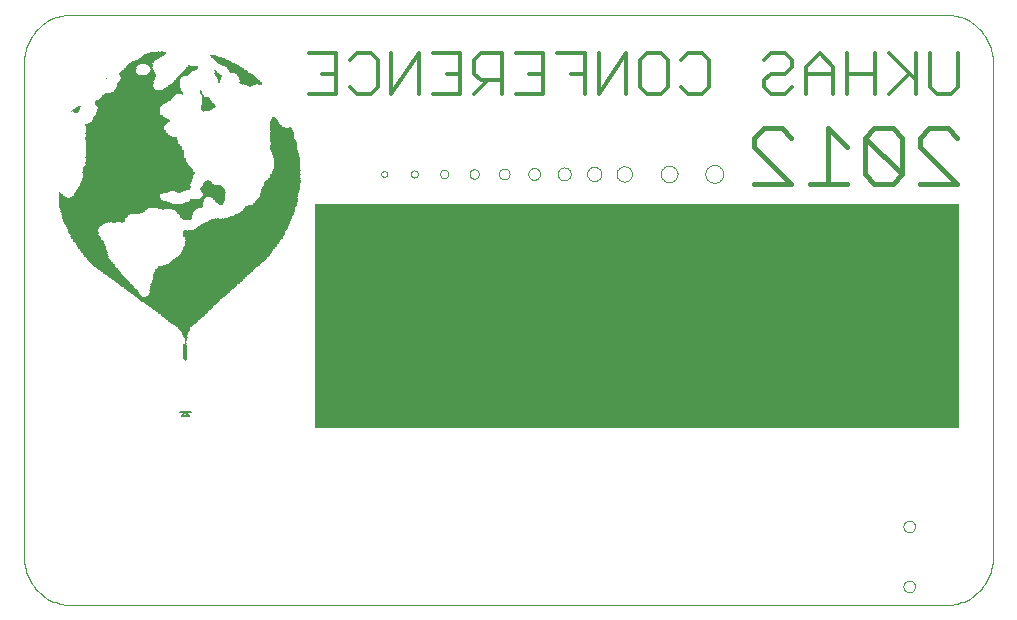
<source format=gbo>
G75*
G70*
%OFA0B0*%
%FSLAX24Y24*%
%IPPOS*%
%LPD*%
%AMOC8*
5,1,8,0,0,1.08239X$1,22.5*
%
%ADD10C,0.0000*%
%ADD11R,0.0010X0.0010*%
%ADD12R,0.0030X0.0010*%
%ADD13R,0.0060X0.0010*%
%ADD14R,0.0080X0.0010*%
%ADD15R,0.0090X0.0010*%
%ADD16R,0.0100X0.0010*%
%ADD17R,0.0110X0.0010*%
%ADD18R,0.0120X0.0010*%
%ADD19R,0.0130X0.0010*%
%ADD20R,0.0050X0.0010*%
%ADD21R,0.0020X0.0010*%
%ADD22R,0.0040X0.0010*%
%ADD23R,0.0070X0.0010*%
%ADD24R,0.0140X0.0010*%
%ADD25R,0.0150X0.0010*%
%ADD26R,0.0160X0.0010*%
%ADD27R,0.0170X0.0010*%
%ADD28R,0.0180X0.0010*%
%ADD29R,0.0200X0.0010*%
%ADD30R,0.0210X0.0010*%
%ADD31R,0.0220X0.0010*%
%ADD32R,0.0230X0.0010*%
%ADD33R,0.0250X0.0010*%
%ADD34R,0.0270X0.0010*%
%ADD35R,0.0290X0.0010*%
%ADD36R,0.0310X0.0010*%
%ADD37R,0.0330X0.0010*%
%ADD38R,0.0340X0.0010*%
%ADD39R,0.0360X0.0010*%
%ADD40R,0.0370X0.0010*%
%ADD41R,0.0410X0.0010*%
%ADD42R,0.0430X0.0010*%
%ADD43R,0.0420X0.0010*%
%ADD44R,0.0440X0.0010*%
%ADD45R,0.0490X0.0010*%
%ADD46R,0.0540X0.0010*%
%ADD47R,0.0560X0.0010*%
%ADD48R,0.0590X0.0010*%
%ADD49R,0.0600X0.0010*%
%ADD50R,0.0660X0.0010*%
%ADD51R,0.0680X0.0010*%
%ADD52R,0.0700X0.0010*%
%ADD53R,0.0750X0.0010*%
%ADD54R,0.0770X0.0010*%
%ADD55R,0.0800X0.0010*%
%ADD56R,0.0820X0.0010*%
%ADD57R,0.0850X0.0010*%
%ADD58R,0.0870X0.0010*%
%ADD59R,0.0890X0.0010*%
%ADD60R,0.0920X0.0010*%
%ADD61R,0.0970X0.0010*%
%ADD62R,0.0980X0.0010*%
%ADD63R,0.1000X0.0010*%
%ADD64R,0.1030X0.0010*%
%ADD65R,0.1050X0.0010*%
%ADD66R,0.1100X0.0010*%
%ADD67R,0.1130X0.0010*%
%ADD68R,0.1150X0.0010*%
%ADD69R,0.1200X0.0010*%
%ADD70R,0.1230X0.0010*%
%ADD71R,0.1260X0.0010*%
%ADD72R,0.1270X0.0010*%
%ADD73R,0.1300X0.0010*%
%ADD74R,0.1340X0.0010*%
%ADD75R,0.1350X0.0010*%
%ADD76R,0.1400X0.0010*%
%ADD77R,0.1430X0.0010*%
%ADD78R,0.1440X0.0010*%
%ADD79R,0.1460X0.0010*%
%ADD80R,0.1470X0.0010*%
%ADD81R,0.1480X0.0010*%
%ADD82R,0.1490X0.0010*%
%ADD83R,0.1530X0.0010*%
%ADD84R,0.1570X0.0010*%
%ADD85R,0.1590X0.0010*%
%ADD86R,0.1620X0.0010*%
%ADD87R,0.1630X0.0010*%
%ADD88R,0.1640X0.0010*%
%ADD89R,0.1660X0.0010*%
%ADD90R,0.1670X0.0010*%
%ADD91R,0.1690X0.0010*%
%ADD92R,0.1740X0.0010*%
%ADD93R,0.1770X0.0010*%
%ADD94R,0.1790X0.0010*%
%ADD95R,0.1810X0.0010*%
%ADD96R,0.1840X0.0010*%
%ADD97R,0.1870X0.0010*%
%ADD98R,0.1900X0.0010*%
%ADD99R,0.1930X0.0010*%
%ADD100R,0.1980X0.0010*%
%ADD101R,0.2000X0.0010*%
%ADD102R,0.2020X0.0010*%
%ADD103R,0.2050X0.0010*%
%ADD104R,0.2060X0.0010*%
%ADD105R,0.2110X0.0010*%
%ADD106R,0.2150X0.0010*%
%ADD107R,0.2160X0.0010*%
%ADD108R,0.2190X0.0010*%
%ADD109R,0.2200X0.0010*%
%ADD110R,0.2210X0.0010*%
%ADD111R,0.2230X0.0010*%
%ADD112R,0.2240X0.0010*%
%ADD113R,0.2260X0.0010*%
%ADD114R,0.2310X0.0010*%
%ADD115R,0.2340X0.0010*%
%ADD116R,0.2360X0.0010*%
%ADD117R,0.2390X0.0010*%
%ADD118R,0.2410X0.0010*%
%ADD119R,0.2430X0.0010*%
%ADD120R,0.2460X0.0010*%
%ADD121R,0.2470X0.0010*%
%ADD122R,0.2510X0.0010*%
%ADD123R,0.2580X0.0010*%
%ADD124R,0.2620X0.0010*%
%ADD125R,0.2640X0.0010*%
%ADD126R,0.2650X0.0010*%
%ADD127R,0.2680X0.0010*%
%ADD128R,0.2730X0.0010*%
%ADD129R,0.2780X0.0010*%
%ADD130R,0.2810X0.0010*%
%ADD131R,0.2840X0.0010*%
%ADD132R,0.2850X0.0010*%
%ADD133R,0.2600X0.0010*%
%ADD134R,0.2590X0.0010*%
%ADD135R,0.0190X0.0010*%
%ADD136R,0.2610X0.0010*%
%ADD137R,0.0240X0.0010*%
%ADD138R,0.2630X0.0010*%
%ADD139R,0.0260X0.0010*%
%ADD140R,0.2660X0.0010*%
%ADD141R,0.0300X0.0010*%
%ADD142R,0.2670X0.0010*%
%ADD143R,0.0320X0.0010*%
%ADD144R,0.2690X0.0010*%
%ADD145R,0.2700X0.0010*%
%ADD146R,0.2720X0.0010*%
%ADD147R,0.2750X0.0010*%
%ADD148R,0.2760X0.0010*%
%ADD149R,0.0350X0.0010*%
%ADD150R,0.2790X0.0010*%
%ADD151R,0.2820X0.0010*%
%ADD152R,0.2830X0.0010*%
%ADD153R,0.0380X0.0010*%
%ADD154R,0.2860X0.0010*%
%ADD155R,0.0390X0.0010*%
%ADD156R,0.2890X0.0010*%
%ADD157R,0.2880X0.0010*%
%ADD158R,0.2900X0.0010*%
%ADD159R,0.2920X0.0010*%
%ADD160R,0.2930X0.0010*%
%ADD161R,0.2940X0.0010*%
%ADD162R,0.0450X0.0010*%
%ADD163R,0.2950X0.0010*%
%ADD164R,0.2970X0.0010*%
%ADD165R,0.0460X0.0010*%
%ADD166R,0.2980X0.0010*%
%ADD167R,0.0470X0.0010*%
%ADD168R,0.3000X0.0010*%
%ADD169R,0.2990X0.0010*%
%ADD170R,0.0480X0.0010*%
%ADD171R,0.3020X0.0010*%
%ADD172R,0.3030X0.0010*%
%ADD173R,0.3040X0.0010*%
%ADD174R,0.3050X0.0010*%
%ADD175R,0.3060X0.0010*%
%ADD176R,0.3070X0.0010*%
%ADD177R,0.0510X0.0010*%
%ADD178R,0.3100X0.0010*%
%ADD179R,0.0500X0.0010*%
%ADD180R,0.3110X0.0010*%
%ADD181R,0.3130X0.0010*%
%ADD182R,0.0530X0.0010*%
%ADD183R,0.3140X0.0010*%
%ADD184R,0.3160X0.0010*%
%ADD185R,0.3200X0.0010*%
%ADD186R,0.0550X0.0010*%
%ADD187R,0.3210X0.0010*%
%ADD188R,0.0570X0.0010*%
%ADD189R,0.3220X0.0010*%
%ADD190R,0.0580X0.0010*%
%ADD191R,0.3230X0.0010*%
%ADD192R,0.0610X0.0010*%
%ADD193R,0.3240X0.0010*%
%ADD194R,0.3250X0.0010*%
%ADD195R,0.0630X0.0010*%
%ADD196R,0.3260X0.0010*%
%ADD197R,0.0620X0.0010*%
%ADD198R,0.3280X0.0010*%
%ADD199R,0.0650X0.0010*%
%ADD200R,0.3270X0.0010*%
%ADD201R,0.3290X0.0010*%
%ADD202R,0.0670X0.0010*%
%ADD203R,0.0690X0.0010*%
%ADD204R,0.3300X0.0010*%
%ADD205R,0.3190X0.0010*%
%ADD206R,0.0710X0.0010*%
%ADD207R,0.3150X0.0010*%
%ADD208R,0.3120X0.0010*%
%ADD209R,0.3090X0.0010*%
%ADD210R,0.3080X0.0010*%
%ADD211R,0.0720X0.0010*%
%ADD212R,0.0730X0.0010*%
%ADD213R,0.0740X0.0010*%
%ADD214R,0.0760X0.0010*%
%ADD215R,0.0780X0.0010*%
%ADD216R,0.0790X0.0010*%
%ADD217R,0.0810X0.0010*%
%ADD218R,0.0830X0.0010*%
%ADD219R,0.0840X0.0010*%
%ADD220R,0.0860X0.0010*%
%ADD221R,0.3010X0.0010*%
%ADD222R,0.0910X0.0010*%
%ADD223R,0.0900X0.0010*%
%ADD224R,0.0930X0.0010*%
%ADD225R,0.0940X0.0010*%
%ADD226R,0.0950X0.0010*%
%ADD227R,0.0960X0.0010*%
%ADD228R,0.3170X0.0010*%
%ADD229R,0.3320X0.0010*%
%ADD230R,0.3330X0.0010*%
%ADD231R,0.3340X0.0010*%
%ADD232R,0.3360X0.0010*%
%ADD233R,0.3390X0.0010*%
%ADD234R,0.3400X0.0010*%
%ADD235R,0.3410X0.0010*%
%ADD236R,0.3420X0.0010*%
%ADD237R,0.0990X0.0010*%
%ADD238R,0.1010X0.0010*%
%ADD239R,0.1020X0.0010*%
%ADD240R,0.1040X0.0010*%
%ADD241R,0.1060X0.0010*%
%ADD242R,0.1090X0.0010*%
%ADD243R,0.1110X0.0010*%
%ADD244R,0.1140X0.0010*%
%ADD245R,0.1160X0.0010*%
%ADD246R,0.2910X0.0010*%
%ADD247R,0.1180X0.0010*%
%ADD248R,0.1190X0.0010*%
%ADD249R,0.1310X0.0010*%
%ADD250R,0.1330X0.0010*%
%ADD251R,0.1360X0.0010*%
%ADD252R,0.2030X0.0010*%
%ADD253R,0.2740X0.0010*%
%ADD254R,0.2040X0.0010*%
%ADD255R,0.2710X0.0010*%
%ADD256R,0.2070X0.0010*%
%ADD257R,0.2220X0.0010*%
%ADD258R,0.2090X0.0010*%
%ADD259R,0.2250X0.0010*%
%ADD260R,0.2170X0.0010*%
%ADD261R,0.2100X0.0010*%
%ADD262R,0.2120X0.0010*%
%ADD263R,0.2140X0.0010*%
%ADD264R,0.0400X0.0010*%
%ADD265R,0.1990X0.0010*%
%ADD266R,0.2180X0.0010*%
%ADD267R,0.1960X0.0010*%
%ADD268R,0.1940X0.0010*%
%ADD269R,0.1920X0.0010*%
%ADD270R,0.1910X0.0010*%
%ADD271R,0.1880X0.0010*%
%ADD272R,0.1850X0.0010*%
%ADD273R,0.2290X0.0010*%
%ADD274R,0.2300X0.0010*%
%ADD275R,0.2350X0.0010*%
%ADD276R,0.1830X0.0010*%
%ADD277R,0.1800X0.0010*%
%ADD278R,0.1780X0.0010*%
%ADD279R,0.0520X0.0010*%
%ADD280R,0.1750X0.0010*%
%ADD281R,0.1730X0.0010*%
%ADD282R,0.0640X0.0010*%
%ADD283R,0.1720X0.0010*%
%ADD284R,0.1710X0.0010*%
%ADD285R,0.1700X0.0010*%
%ADD286R,0.1680X0.0010*%
%ADD287R,0.0880X0.0010*%
%ADD288R,0.1390X0.0010*%
%ADD289R,0.1580X0.0010*%
%ADD290R,0.4760X0.0010*%
%ADD291R,0.4770X0.0010*%
%ADD292R,0.1650X0.0010*%
%ADD293R,0.1610X0.0010*%
%ADD294R,0.4780X0.0010*%
%ADD295R,0.1510X0.0010*%
%ADD296R,0.1500X0.0010*%
%ADD297R,0.1450X0.0010*%
%ADD298R,0.3810X0.0010*%
%ADD299R,0.3770X0.0010*%
%ADD300R,0.3740X0.0010*%
%ADD301R,0.3700X0.0010*%
%ADD302R,0.3680X0.0010*%
%ADD303R,0.3670X0.0010*%
%ADD304R,0.1420X0.0010*%
%ADD305R,0.3640X0.0010*%
%ADD306R,0.3600X0.0010*%
%ADD307R,0.3590X0.0010*%
%ADD308R,0.1380X0.0010*%
%ADD309R,0.3560X0.0010*%
%ADD310R,0.1370X0.0010*%
%ADD311R,0.3470X0.0010*%
%ADD312R,0.3450X0.0010*%
%ADD313R,0.3440X0.0010*%
%ADD314R,0.3430X0.0010*%
%ADD315R,0.3380X0.0010*%
%ADD316R,0.1320X0.0010*%
%ADD317R,0.3370X0.0010*%
%ADD318R,0.0280X0.0010*%
%ADD319R,0.1290X0.0010*%
%ADD320R,0.1280X0.0010*%
%ADD321R,0.1250X0.0010*%
%ADD322R,0.1240X0.0010*%
%ADD323R,0.2870X0.0010*%
%ADD324R,0.3630X0.0010*%
%ADD325R,0.3760X0.0010*%
%ADD326R,0.3750X0.0010*%
%ADD327R,0.3730X0.0010*%
%ADD328R,0.3720X0.0010*%
%ADD329R,0.3710X0.0010*%
%ADD330R,0.1220X0.0010*%
%ADD331R,0.3690X0.0010*%
%ADD332R,0.1210X0.0010*%
%ADD333R,0.3660X0.0010*%
%ADD334R,0.3650X0.0010*%
%ADD335R,0.1170X0.0010*%
%ADD336R,0.1080X0.0010*%
%ADD337R,0.1070X0.0010*%
%ADD338R,0.3620X0.0010*%
%ADD339R,0.3580X0.0010*%
%ADD340R,0.3570X0.0010*%
%ADD341R,0.3550X0.0010*%
%ADD342R,0.3530X0.0010*%
%ADD343R,0.3520X0.0010*%
%ADD344R,0.3500X0.0010*%
%ADD345R,0.3480X0.0010*%
%ADD346R,0.3460X0.0010*%
%ADD347R,0.3310X0.0010*%
%ADD348R,0.3180X0.0010*%
%ADD349R,0.2800X0.0010*%
%ADD350R,0.2570X0.0010*%
%ADD351R,0.2540X0.0010*%
%ADD352R,0.2500X0.0010*%
%ADD353R,0.2480X0.0010*%
%ADD354R,0.2450X0.0010*%
%ADD355R,0.2400X0.0010*%
%ADD356R,0.2380X0.0010*%
%ADD357R,0.2330X0.0010*%
%ADD358R,0.2270X0.0010*%
%ADD359R,0.2130X0.0010*%
%ADD360R,0.2080X0.0010*%
%ADD361R,0.2370X0.0010*%
%ADD362R,0.2420X0.0010*%
%ADD363R,0.1120X0.0010*%
%ADD364C,0.0120*%
%ADD365C,0.0160*%
%ADD366R,2.1500X0.7480*%
%ADD367C,0.0080*%
D10*
X001725Y000150D02*
X030859Y000150D01*
X029453Y000775D02*
X029455Y000802D01*
X029461Y000829D01*
X029470Y000855D01*
X029483Y000879D01*
X029499Y000902D01*
X029518Y000921D01*
X029540Y000938D01*
X029564Y000952D01*
X029589Y000962D01*
X029616Y000969D01*
X029643Y000972D01*
X029671Y000971D01*
X029698Y000966D01*
X029724Y000958D01*
X029748Y000946D01*
X029771Y000930D01*
X029792Y000912D01*
X029809Y000891D01*
X029824Y000867D01*
X029835Y000842D01*
X029843Y000816D01*
X029847Y000789D01*
X029847Y000761D01*
X029843Y000734D01*
X029835Y000708D01*
X029824Y000683D01*
X029809Y000659D01*
X029792Y000638D01*
X029771Y000620D01*
X029749Y000604D01*
X029724Y000592D01*
X029698Y000584D01*
X029671Y000579D01*
X029643Y000578D01*
X029616Y000581D01*
X029589Y000588D01*
X029564Y000598D01*
X029540Y000612D01*
X029518Y000629D01*
X029499Y000648D01*
X029483Y000671D01*
X029470Y000695D01*
X029461Y000721D01*
X029455Y000748D01*
X029453Y000775D01*
X030859Y000150D02*
X030936Y000152D01*
X031013Y000158D01*
X031090Y000167D01*
X031166Y000180D01*
X031242Y000197D01*
X031316Y000218D01*
X031390Y000242D01*
X031462Y000270D01*
X031532Y000301D01*
X031601Y000336D01*
X031669Y000374D01*
X031734Y000415D01*
X031797Y000460D01*
X031858Y000508D01*
X031917Y000558D01*
X031973Y000611D01*
X032026Y000667D01*
X032076Y000726D01*
X032124Y000787D01*
X032169Y000850D01*
X032210Y000915D01*
X032248Y000983D01*
X032283Y001052D01*
X032314Y001122D01*
X032342Y001194D01*
X032366Y001268D01*
X032387Y001342D01*
X032404Y001418D01*
X032417Y001494D01*
X032426Y001571D01*
X032432Y001648D01*
X032434Y001725D01*
X032433Y001725D02*
X032433Y018260D01*
X032434Y018260D02*
X032432Y018337D01*
X032426Y018414D01*
X032417Y018491D01*
X032404Y018567D01*
X032387Y018643D01*
X032366Y018717D01*
X032342Y018791D01*
X032314Y018863D01*
X032283Y018933D01*
X032248Y019002D01*
X032210Y019070D01*
X032169Y019135D01*
X032124Y019198D01*
X032076Y019259D01*
X032026Y019318D01*
X031973Y019374D01*
X031917Y019427D01*
X031858Y019477D01*
X031797Y019525D01*
X031734Y019570D01*
X031669Y019611D01*
X031601Y019649D01*
X031532Y019684D01*
X031462Y019715D01*
X031390Y019743D01*
X031316Y019767D01*
X031242Y019788D01*
X031166Y019805D01*
X031090Y019818D01*
X031013Y019827D01*
X030936Y019833D01*
X030859Y019835D01*
X001725Y019835D01*
X001648Y019833D01*
X001571Y019827D01*
X001494Y019818D01*
X001418Y019805D01*
X001342Y019788D01*
X001268Y019767D01*
X001194Y019743D01*
X001122Y019715D01*
X001052Y019684D01*
X000983Y019649D01*
X000915Y019611D01*
X000850Y019570D01*
X000787Y019525D01*
X000726Y019477D01*
X000667Y019427D01*
X000611Y019374D01*
X000558Y019318D01*
X000508Y019259D01*
X000460Y019198D01*
X000415Y019135D01*
X000374Y019070D01*
X000336Y019002D01*
X000301Y018933D01*
X000270Y018863D01*
X000242Y018791D01*
X000218Y018717D01*
X000197Y018643D01*
X000180Y018567D01*
X000167Y018491D01*
X000158Y018414D01*
X000152Y018337D01*
X000150Y018260D01*
X000150Y001725D01*
X000152Y001648D01*
X000158Y001571D01*
X000167Y001494D01*
X000180Y001418D01*
X000197Y001342D01*
X000218Y001268D01*
X000242Y001194D01*
X000270Y001122D01*
X000301Y001052D01*
X000336Y000983D01*
X000374Y000915D01*
X000415Y000850D01*
X000460Y000787D01*
X000508Y000726D01*
X000558Y000667D01*
X000611Y000611D01*
X000667Y000558D01*
X000726Y000508D01*
X000787Y000460D01*
X000850Y000415D01*
X000915Y000374D01*
X000983Y000336D01*
X001052Y000301D01*
X001122Y000270D01*
X001194Y000242D01*
X001268Y000218D01*
X001342Y000197D01*
X001418Y000180D01*
X001494Y000167D01*
X001571Y000158D01*
X001648Y000152D01*
X001725Y000150D01*
X012052Y014525D02*
X012054Y014544D01*
X012059Y014563D01*
X012069Y014579D01*
X012081Y014594D01*
X012096Y014606D01*
X012112Y014616D01*
X012131Y014621D01*
X012150Y014623D01*
X012169Y014621D01*
X012188Y014616D01*
X012204Y014606D01*
X012219Y014594D01*
X012231Y014579D01*
X012241Y014563D01*
X012246Y014544D01*
X012248Y014525D01*
X012246Y014506D01*
X012241Y014487D01*
X012231Y014471D01*
X012219Y014456D01*
X012204Y014444D01*
X012188Y014434D01*
X012169Y014429D01*
X012150Y014427D01*
X012131Y014429D01*
X012112Y014434D01*
X012096Y014444D01*
X012081Y014456D01*
X012069Y014471D01*
X012059Y014487D01*
X012054Y014506D01*
X012052Y014525D01*
X013032Y014525D02*
X013034Y014546D01*
X013040Y014566D01*
X013049Y014586D01*
X013061Y014603D01*
X013076Y014617D01*
X013094Y014629D01*
X013114Y014637D01*
X013134Y014642D01*
X013155Y014643D01*
X013176Y014640D01*
X013196Y014634D01*
X013215Y014623D01*
X013232Y014610D01*
X013245Y014594D01*
X013256Y014576D01*
X013264Y014556D01*
X013268Y014536D01*
X013268Y014514D01*
X013264Y014494D01*
X013256Y014474D01*
X013245Y014456D01*
X013232Y014440D01*
X013215Y014427D01*
X013196Y014416D01*
X013176Y014410D01*
X013155Y014407D01*
X013134Y014408D01*
X013114Y014413D01*
X013094Y014421D01*
X013076Y014433D01*
X013061Y014447D01*
X013049Y014464D01*
X013040Y014484D01*
X013034Y014504D01*
X013032Y014525D01*
X014012Y014525D02*
X014014Y014548D01*
X014020Y014571D01*
X014030Y014592D01*
X014043Y014612D01*
X014059Y014629D01*
X014078Y014643D01*
X014099Y014653D01*
X014121Y014660D01*
X014144Y014663D01*
X014168Y014662D01*
X014190Y014657D01*
X014212Y014648D01*
X014232Y014636D01*
X014250Y014620D01*
X014264Y014602D01*
X014276Y014582D01*
X014284Y014560D01*
X014288Y014537D01*
X014288Y014513D01*
X014284Y014490D01*
X014276Y014468D01*
X014264Y014448D01*
X014250Y014430D01*
X014232Y014414D01*
X014212Y014402D01*
X014190Y014393D01*
X014168Y014388D01*
X014144Y014387D01*
X014121Y014390D01*
X014099Y014397D01*
X014078Y014407D01*
X014059Y014421D01*
X014043Y014438D01*
X014030Y014458D01*
X014020Y014479D01*
X014014Y014502D01*
X014012Y014525D01*
X014993Y014525D02*
X014995Y014550D01*
X015001Y014574D01*
X015010Y014596D01*
X015023Y014617D01*
X015039Y014636D01*
X015058Y014652D01*
X015079Y014665D01*
X015101Y014674D01*
X015125Y014680D01*
X015150Y014682D01*
X015175Y014680D01*
X015199Y014674D01*
X015221Y014665D01*
X015242Y014652D01*
X015261Y014636D01*
X015277Y014617D01*
X015290Y014596D01*
X015299Y014574D01*
X015305Y014550D01*
X015307Y014525D01*
X015305Y014500D01*
X015299Y014476D01*
X015290Y014454D01*
X015277Y014433D01*
X015261Y014414D01*
X015242Y014398D01*
X015221Y014385D01*
X015199Y014376D01*
X015175Y014370D01*
X015150Y014368D01*
X015125Y014370D01*
X015101Y014376D01*
X015079Y014385D01*
X015058Y014398D01*
X015039Y014414D01*
X015023Y014433D01*
X015010Y014454D01*
X015001Y014476D01*
X014995Y014500D01*
X014993Y014525D01*
X015973Y014525D02*
X015975Y014551D01*
X015981Y014577D01*
X015991Y014602D01*
X016004Y014625D01*
X016020Y014645D01*
X016040Y014663D01*
X016062Y014678D01*
X016085Y014690D01*
X016111Y014698D01*
X016137Y014702D01*
X016163Y014702D01*
X016189Y014698D01*
X016215Y014690D01*
X016239Y014678D01*
X016260Y014663D01*
X016280Y014645D01*
X016296Y014625D01*
X016309Y014602D01*
X016319Y014577D01*
X016325Y014551D01*
X016327Y014525D01*
X016325Y014499D01*
X016319Y014473D01*
X016309Y014448D01*
X016296Y014425D01*
X016280Y014405D01*
X016260Y014387D01*
X016238Y014372D01*
X016215Y014360D01*
X016189Y014352D01*
X016163Y014348D01*
X016137Y014348D01*
X016111Y014352D01*
X016085Y014360D01*
X016061Y014372D01*
X016040Y014387D01*
X016020Y014405D01*
X016004Y014425D01*
X015991Y014448D01*
X015981Y014473D01*
X015975Y014499D01*
X015973Y014525D01*
X016953Y014525D02*
X016955Y014552D01*
X016961Y014579D01*
X016970Y014605D01*
X016983Y014629D01*
X016999Y014652D01*
X017018Y014671D01*
X017040Y014688D01*
X017064Y014702D01*
X017089Y014712D01*
X017116Y014719D01*
X017143Y014722D01*
X017171Y014721D01*
X017198Y014716D01*
X017224Y014708D01*
X017248Y014696D01*
X017271Y014680D01*
X017292Y014662D01*
X017309Y014641D01*
X017324Y014617D01*
X017335Y014592D01*
X017343Y014566D01*
X017347Y014539D01*
X017347Y014511D01*
X017343Y014484D01*
X017335Y014458D01*
X017324Y014433D01*
X017309Y014409D01*
X017292Y014388D01*
X017271Y014370D01*
X017249Y014354D01*
X017224Y014342D01*
X017198Y014334D01*
X017171Y014329D01*
X017143Y014328D01*
X017116Y014331D01*
X017089Y014338D01*
X017064Y014348D01*
X017040Y014362D01*
X017018Y014379D01*
X016999Y014398D01*
X016983Y014421D01*
X016970Y014445D01*
X016961Y014471D01*
X016955Y014498D01*
X016953Y014525D01*
X017933Y014525D02*
X017935Y014554D01*
X017941Y014582D01*
X017950Y014610D01*
X017963Y014636D01*
X017980Y014659D01*
X017999Y014681D01*
X018021Y014700D01*
X018046Y014715D01*
X018072Y014728D01*
X018100Y014736D01*
X018128Y014741D01*
X018157Y014742D01*
X018186Y014739D01*
X018214Y014732D01*
X018241Y014722D01*
X018267Y014708D01*
X018290Y014691D01*
X018311Y014671D01*
X018329Y014648D01*
X018344Y014623D01*
X018355Y014596D01*
X018363Y014568D01*
X018367Y014539D01*
X018367Y014511D01*
X018363Y014482D01*
X018355Y014454D01*
X018344Y014427D01*
X018329Y014402D01*
X018311Y014379D01*
X018290Y014359D01*
X018267Y014342D01*
X018241Y014328D01*
X018214Y014318D01*
X018186Y014311D01*
X018157Y014308D01*
X018128Y014309D01*
X018100Y014314D01*
X018072Y014322D01*
X018046Y014335D01*
X018021Y014350D01*
X017999Y014369D01*
X017980Y014391D01*
X017963Y014414D01*
X017950Y014440D01*
X017941Y014468D01*
X017935Y014496D01*
X017933Y014525D01*
X018914Y014525D02*
X018916Y014555D01*
X018922Y014585D01*
X018931Y014614D01*
X018944Y014641D01*
X018961Y014666D01*
X018980Y014689D01*
X019003Y014710D01*
X019028Y014727D01*
X019054Y014741D01*
X019083Y014751D01*
X019112Y014758D01*
X019142Y014761D01*
X019173Y014760D01*
X019203Y014755D01*
X019232Y014746D01*
X019259Y014734D01*
X019285Y014719D01*
X019309Y014700D01*
X019330Y014678D01*
X019348Y014654D01*
X019363Y014627D01*
X019374Y014599D01*
X019382Y014570D01*
X019386Y014540D01*
X019386Y014510D01*
X019382Y014480D01*
X019374Y014451D01*
X019363Y014423D01*
X019348Y014396D01*
X019330Y014372D01*
X019309Y014350D01*
X019285Y014331D01*
X019259Y014316D01*
X019232Y014304D01*
X019203Y014295D01*
X019173Y014290D01*
X019142Y014289D01*
X019112Y014292D01*
X019083Y014299D01*
X019054Y014309D01*
X019028Y014323D01*
X019003Y014340D01*
X018980Y014361D01*
X018961Y014384D01*
X018944Y014409D01*
X018931Y014436D01*
X018922Y014465D01*
X018916Y014495D01*
X018914Y014525D01*
X019894Y014525D02*
X019896Y014556D01*
X019902Y014587D01*
X019911Y014617D01*
X019924Y014646D01*
X019941Y014673D01*
X019961Y014697D01*
X019983Y014719D01*
X020009Y014738D01*
X020036Y014754D01*
X020065Y014766D01*
X020095Y014775D01*
X020126Y014780D01*
X020158Y014781D01*
X020189Y014778D01*
X020220Y014771D01*
X020250Y014761D01*
X020278Y014747D01*
X020304Y014729D01*
X020328Y014709D01*
X020349Y014685D01*
X020368Y014660D01*
X020383Y014632D01*
X020394Y014603D01*
X020402Y014572D01*
X020406Y014541D01*
X020406Y014509D01*
X020402Y014478D01*
X020394Y014447D01*
X020383Y014418D01*
X020368Y014390D01*
X020349Y014365D01*
X020328Y014341D01*
X020304Y014321D01*
X020278Y014303D01*
X020250Y014289D01*
X020220Y014279D01*
X020189Y014272D01*
X020158Y014269D01*
X020126Y014270D01*
X020095Y014275D01*
X020065Y014284D01*
X020036Y014296D01*
X020009Y014312D01*
X019983Y014331D01*
X019961Y014353D01*
X019941Y014377D01*
X019924Y014404D01*
X019911Y014433D01*
X019902Y014463D01*
X019896Y014494D01*
X019894Y014525D01*
X021374Y014525D02*
X021376Y014558D01*
X021382Y014590D01*
X021391Y014621D01*
X021404Y014651D01*
X021421Y014679D01*
X021441Y014705D01*
X021464Y014729D01*
X021489Y014749D01*
X021517Y014767D01*
X021546Y014781D01*
X021577Y014791D01*
X021609Y014798D01*
X021642Y014801D01*
X021675Y014800D01*
X021707Y014795D01*
X021738Y014786D01*
X021769Y014774D01*
X021797Y014758D01*
X021824Y014739D01*
X021848Y014717D01*
X021869Y014692D01*
X021888Y014665D01*
X021903Y014636D01*
X021914Y014606D01*
X021922Y014574D01*
X021926Y014541D01*
X021926Y014509D01*
X021922Y014476D01*
X021914Y014444D01*
X021903Y014414D01*
X021888Y014385D01*
X021869Y014358D01*
X021848Y014333D01*
X021824Y014311D01*
X021797Y014292D01*
X021769Y014276D01*
X021738Y014264D01*
X021707Y014255D01*
X021675Y014250D01*
X021642Y014249D01*
X021609Y014252D01*
X021577Y014259D01*
X021546Y014269D01*
X021517Y014283D01*
X021489Y014301D01*
X021464Y014321D01*
X021441Y014345D01*
X021421Y014371D01*
X021404Y014399D01*
X021391Y014429D01*
X021382Y014460D01*
X021376Y014492D01*
X021374Y014525D01*
X022855Y014525D02*
X022857Y014559D01*
X022863Y014593D01*
X022873Y014626D01*
X022886Y014657D01*
X022904Y014687D01*
X022924Y014715D01*
X022948Y014740D01*
X022974Y014762D01*
X023002Y014780D01*
X023033Y014796D01*
X023065Y014808D01*
X023099Y014816D01*
X023133Y014820D01*
X023167Y014820D01*
X023201Y014816D01*
X023235Y014808D01*
X023267Y014796D01*
X023297Y014780D01*
X023326Y014762D01*
X023352Y014740D01*
X023376Y014715D01*
X023396Y014687D01*
X023414Y014657D01*
X023427Y014626D01*
X023437Y014593D01*
X023443Y014559D01*
X023445Y014525D01*
X023443Y014491D01*
X023437Y014457D01*
X023427Y014424D01*
X023414Y014393D01*
X023396Y014363D01*
X023376Y014335D01*
X023352Y014310D01*
X023326Y014288D01*
X023298Y014270D01*
X023267Y014254D01*
X023235Y014242D01*
X023201Y014234D01*
X023167Y014230D01*
X023133Y014230D01*
X023099Y014234D01*
X023065Y014242D01*
X023033Y014254D01*
X023002Y014270D01*
X022974Y014288D01*
X022948Y014310D01*
X022924Y014335D01*
X022904Y014363D01*
X022886Y014393D01*
X022873Y014424D01*
X022863Y014457D01*
X022857Y014491D01*
X022855Y014525D01*
X029453Y002775D02*
X029455Y002802D01*
X029461Y002829D01*
X029470Y002855D01*
X029483Y002879D01*
X029499Y002902D01*
X029518Y002921D01*
X029540Y002938D01*
X029564Y002952D01*
X029589Y002962D01*
X029616Y002969D01*
X029643Y002972D01*
X029671Y002971D01*
X029698Y002966D01*
X029724Y002958D01*
X029748Y002946D01*
X029771Y002930D01*
X029792Y002912D01*
X029809Y002891D01*
X029824Y002867D01*
X029835Y002842D01*
X029843Y002816D01*
X029847Y002789D01*
X029847Y002761D01*
X029843Y002734D01*
X029835Y002708D01*
X029824Y002683D01*
X029809Y002659D01*
X029792Y002638D01*
X029771Y002620D01*
X029749Y002604D01*
X029724Y002592D01*
X029698Y002584D01*
X029671Y002579D01*
X029643Y002578D01*
X029616Y002581D01*
X029589Y002588D01*
X029564Y002598D01*
X029540Y002612D01*
X029518Y002629D01*
X029499Y002648D01*
X029483Y002671D01*
X029470Y002695D01*
X029461Y002721D01*
X029455Y002748D01*
X029453Y002775D01*
D11*
X009044Y016043D03*
X007944Y017513D03*
X007694Y017423D03*
X007674Y017423D03*
X007454Y017503D03*
X007694Y017843D03*
X007154Y018203D03*
X006524Y017963D03*
X005434Y017183D03*
X005414Y017183D03*
X006154Y016603D03*
X005054Y015743D03*
X006574Y014123D03*
X005784Y013673D03*
X005484Y013533D03*
X005124Y013313D03*
X004354Y013393D03*
X003904Y013193D03*
X003214Y012903D03*
X003014Y012903D03*
X002954Y012903D03*
X001654Y013703D03*
X001644Y013693D03*
X001604Y013693D03*
X004874Y013893D03*
X006334Y012963D03*
X006454Y013003D03*
X006544Y013013D03*
X006784Y013013D03*
X005494Y012613D03*
X005074Y011593D03*
X004794Y011453D03*
X003994Y010333D03*
X005544Y008933D03*
X005544Y008883D03*
X005514Y008313D03*
X005554Y008293D03*
X004574Y018333D03*
X004634Y018583D03*
X004784Y018583D03*
X004464Y018573D03*
D12*
X002904Y017693D03*
X001914Y016553D03*
X002244Y016173D03*
X005424Y017193D03*
X005434Y017173D03*
X006054Y017283D03*
X006054Y017293D03*
X006074Y017143D03*
X006524Y017953D03*
X009004Y016043D03*
X009034Y016033D03*
X005314Y013893D03*
X005664Y012993D03*
X003174Y012903D03*
X005554Y008963D03*
X005554Y008943D03*
X005544Y008323D03*
X005544Y008313D03*
D13*
X005539Y008333D03*
X005539Y008863D03*
X005469Y013003D03*
X003949Y013193D03*
X006269Y014283D03*
X006109Y017113D03*
X006049Y017203D03*
X006049Y017223D03*
X006049Y017233D03*
X006049Y017243D03*
X006049Y017253D03*
X006049Y017273D03*
X006659Y017613D03*
X006659Y017623D03*
X006529Y017913D03*
X006529Y017923D03*
X006529Y017933D03*
X001339Y013863D03*
X001339Y013853D03*
X001339Y013843D03*
D14*
X001349Y013833D03*
X003109Y012903D03*
X003419Y012903D03*
X001969Y016723D03*
X004399Y017983D03*
X004399Y017993D03*
X004399Y018003D03*
X004389Y018023D03*
X004389Y018033D03*
X006109Y017103D03*
X006119Y017093D03*
X006659Y017643D03*
X006659Y017653D03*
X006549Y017883D03*
X006539Y017893D03*
X006409Y018473D03*
X005529Y008843D03*
X005529Y008343D03*
D15*
X005524Y008353D03*
X005524Y008363D03*
X005524Y008823D03*
X005524Y008833D03*
X005544Y009033D03*
X005534Y009043D03*
X005554Y012613D03*
X004774Y013333D03*
X005844Y013673D03*
X006694Y013493D03*
X001354Y013823D03*
X001974Y016733D03*
X004384Y018043D03*
X004384Y018053D03*
X004384Y018063D03*
X004384Y018073D03*
X004374Y018093D03*
X006124Y017083D03*
X006664Y017663D03*
X006664Y017673D03*
X006664Y017683D03*
D16*
X006659Y017693D03*
X006659Y017703D03*
X006559Y017863D03*
X006549Y017873D03*
X007689Y017443D03*
X008469Y016383D03*
X006129Y017073D03*
X005309Y017713D03*
X004409Y017953D03*
X004399Y017963D03*
X004399Y017973D03*
X004379Y018083D03*
X001899Y016563D03*
X005519Y008813D03*
X005519Y008373D03*
D17*
X005514Y008383D03*
X005514Y008393D03*
X005514Y008793D03*
X005514Y008803D03*
X005534Y009053D03*
X005534Y009063D03*
X001364Y013813D03*
X006174Y016613D03*
X006654Y017713D03*
X005664Y018103D03*
X005324Y017733D03*
X005324Y017723D03*
X004404Y017933D03*
X004404Y017943D03*
X008474Y016373D03*
X006264Y014273D03*
D18*
X006269Y014263D03*
X006109Y013713D03*
X006109Y013703D03*
X006699Y013503D03*
X008479Y016363D03*
X006659Y017723D03*
X006429Y018463D03*
X005339Y017743D03*
X005299Y017703D03*
X004399Y017923D03*
X004369Y018103D03*
X004369Y018113D03*
X004359Y018123D03*
X001949Y016713D03*
X005529Y009073D03*
X005509Y008783D03*
X005509Y008773D03*
X005509Y008763D03*
X005509Y008753D03*
X005509Y008743D03*
X005509Y008733D03*
X005509Y008723D03*
X005509Y008713D03*
X005509Y008703D03*
X005509Y008693D03*
X005509Y008683D03*
X005509Y008673D03*
X005509Y008663D03*
X005509Y008653D03*
X005509Y008643D03*
X005509Y008633D03*
X005509Y008623D03*
X005509Y008613D03*
X005509Y008603D03*
X005509Y008593D03*
X005509Y008583D03*
X005509Y008573D03*
X005509Y008563D03*
X005509Y008553D03*
X005509Y008543D03*
X005509Y008533D03*
X005509Y008523D03*
X005509Y008513D03*
X005509Y008503D03*
X005509Y008493D03*
X005509Y008473D03*
X005509Y008453D03*
X005509Y008433D03*
X005509Y008423D03*
X005509Y008413D03*
X005509Y008403D03*
D19*
X005504Y008443D03*
X005504Y008463D03*
X005504Y008483D03*
X005524Y009083D03*
X006104Y013693D03*
X006134Y013723D03*
X006144Y013733D03*
X001374Y013793D03*
X001374Y013803D03*
X001944Y016693D03*
X004394Y017903D03*
X004404Y017913D03*
X006654Y017733D03*
X007694Y017453D03*
X008024Y017503D03*
X008024Y017513D03*
D20*
X006654Y017573D03*
X006654Y017593D03*
X006654Y017603D03*
X006524Y017943D03*
X005654Y018113D03*
X006044Y017263D03*
X006054Y017213D03*
X006064Y017173D03*
X006074Y017153D03*
X005154Y015733D03*
X002004Y016763D03*
X005544Y009003D03*
X005544Y008993D03*
X005544Y008983D03*
X005534Y008853D03*
D21*
X005549Y008873D03*
X004649Y011423D03*
X006809Y013003D03*
X004009Y013193D03*
X001329Y013883D03*
X001739Y016603D03*
X001999Y016753D03*
X002899Y017703D03*
X004729Y018593D03*
X006459Y016713D03*
X008069Y017483D03*
X008069Y017493D03*
X009039Y016053D03*
D22*
X008999Y016053D03*
X008989Y016033D03*
X008469Y016393D03*
X007689Y017433D03*
X007399Y017513D03*
X006659Y017563D03*
X006659Y017583D03*
X006059Y017193D03*
X006059Y017183D03*
X006069Y017163D03*
X004739Y018583D03*
X001989Y016743D03*
X001329Y013873D03*
X003419Y012893D03*
X005649Y012613D03*
X005549Y008973D03*
D23*
X005544Y009013D03*
X005544Y009023D03*
X006594Y013013D03*
X006104Y017123D03*
X006094Y017133D03*
X006654Y017633D03*
X006534Y017903D03*
X004394Y018013D03*
D24*
X005279Y017673D03*
X005279Y017663D03*
X005279Y017653D03*
X005269Y017643D03*
X005289Y017683D03*
X005289Y017693D03*
X005349Y017753D03*
X006149Y017063D03*
X006659Y017743D03*
X006649Y017753D03*
X006579Y017853D03*
X001949Y016703D03*
X001889Y016573D03*
X001379Y013783D03*
X005319Y013903D03*
X005519Y009093D03*
D25*
X005524Y009103D03*
X005524Y009113D03*
X004774Y013343D03*
X006274Y014253D03*
X006694Y013513D03*
X008484Y016343D03*
X007684Y017463D03*
X006654Y017763D03*
X006584Y017843D03*
X005374Y017773D03*
X005354Y017763D03*
X005254Y017633D03*
X005254Y017623D03*
X004404Y017893D03*
X004354Y018133D03*
X004354Y018143D03*
X006184Y016623D03*
X001924Y016683D03*
X001384Y013773D03*
X001384Y013763D03*
X001384Y013753D03*
D26*
X006079Y013683D03*
X006159Y013743D03*
X006689Y013533D03*
X006689Y013523D03*
X008479Y016353D03*
X006609Y017813D03*
X006599Y017823D03*
X006589Y017833D03*
X006159Y017053D03*
X005379Y017783D03*
X004349Y018153D03*
X001879Y016583D03*
X005519Y009143D03*
X005519Y009133D03*
X005519Y009123D03*
D27*
X005514Y009153D03*
X005514Y009163D03*
X005324Y013913D03*
X006274Y014243D03*
X008484Y016323D03*
X008484Y016333D03*
X006644Y017773D03*
X006614Y017803D03*
X006444Y018453D03*
X005254Y017613D03*
X004404Y017883D03*
D28*
X004399Y017873D03*
X004399Y017863D03*
X004339Y018163D03*
X005239Y017603D03*
X008489Y016313D03*
X006689Y013543D03*
X003979Y010413D03*
X003949Y010433D03*
X003929Y010453D03*
X005509Y009183D03*
X005509Y009173D03*
X001399Y013733D03*
X001399Y013743D03*
X001879Y016593D03*
X001909Y016663D03*
D29*
X001899Y016653D03*
X004399Y017853D03*
X005229Y017583D03*
X006469Y018433D03*
X008489Y016303D03*
X006279Y014233D03*
X006689Y013563D03*
X005609Y013003D03*
X004789Y013353D03*
X005319Y013923D03*
X003909Y010473D03*
X005509Y009193D03*
D30*
X005504Y009203D03*
X003904Y010483D03*
X003894Y010493D03*
X001414Y013723D03*
X001864Y016603D03*
X001864Y016623D03*
X004324Y018173D03*
X005224Y017563D03*
X006194Y017043D03*
X008494Y016293D03*
D31*
X008489Y016283D03*
X008489Y016273D03*
X008489Y016263D03*
X007689Y017473D03*
X006489Y018413D03*
X005229Y017573D03*
X004389Y017843D03*
X004319Y018183D03*
X001859Y016613D03*
X005499Y009223D03*
X005499Y009213D03*
D32*
X005504Y009233D03*
X003864Y010503D03*
X006584Y013003D03*
X005214Y017543D03*
X005224Y017553D03*
X006494Y018423D03*
D33*
X005484Y017823D03*
X005214Y017533D03*
X006204Y017023D03*
X006214Y016633D03*
X008494Y016223D03*
X006284Y014223D03*
X006284Y014213D03*
X005314Y013933D03*
X005494Y009253D03*
X005494Y009243D03*
D34*
X005494Y009263D03*
X005494Y009273D03*
X006684Y013593D03*
X008494Y016213D03*
X007684Y017483D03*
X006224Y016973D03*
X006224Y016963D03*
X006214Y016643D03*
X005194Y017503D03*
X005204Y017523D03*
X005494Y017833D03*
X005504Y017853D03*
X005574Y017903D03*
X005614Y017943D03*
X006544Y018393D03*
X004384Y017823D03*
X004384Y017813D03*
X001444Y013703D03*
D35*
X005584Y013013D03*
X006674Y013613D03*
X006284Y014193D03*
X008504Y016203D03*
X006234Y016933D03*
X006234Y016953D03*
X005604Y017923D03*
X005604Y017933D03*
X003804Y010573D03*
X005494Y009293D03*
X005494Y009283D03*
D36*
X005494Y009303D03*
X005494Y009313D03*
X003764Y010603D03*
X003764Y010613D03*
X003744Y010633D03*
X003734Y010643D03*
X005574Y013023D03*
X006674Y013623D03*
X006674Y013633D03*
X006294Y014163D03*
X008514Y016163D03*
X006224Y016653D03*
X006244Y016923D03*
X005184Y017473D03*
D37*
X005674Y017963D03*
X005764Y018083D03*
X005764Y018093D03*
X006574Y018383D03*
X006254Y016893D03*
X008524Y016143D03*
X006664Y013653D03*
X003724Y010653D03*
X003704Y010663D03*
X003694Y010673D03*
X005494Y009323D03*
X003724Y018093D03*
X003784Y018133D03*
D38*
X003789Y018143D03*
X003759Y018123D03*
X003759Y018113D03*
X003729Y018083D03*
X003719Y018073D03*
X005179Y017463D03*
X006259Y016883D03*
X006229Y016663D03*
X006599Y018373D03*
X006299Y014153D03*
X003629Y010733D03*
X003639Y010723D03*
X005489Y009333D03*
D39*
X005489Y009343D03*
X003669Y010693D03*
X003659Y010703D03*
X003619Y010743D03*
X005569Y013043D03*
X005569Y013053D03*
X006649Y013663D03*
X006309Y014143D03*
X008539Y016123D03*
X006239Y016673D03*
X006269Y016853D03*
X006269Y016863D03*
X005749Y018053D03*
X005749Y018063D03*
X003819Y018163D03*
X003799Y018153D03*
X003709Y018053D03*
D40*
X003694Y018033D03*
X003684Y018023D03*
X003684Y018013D03*
X003824Y018173D03*
X004664Y018573D03*
X006234Y016683D03*
X005954Y013663D03*
X006644Y013673D03*
X003594Y010753D03*
X005484Y009353D03*
D41*
X005484Y009363D03*
X005484Y009373D03*
X005484Y009383D03*
X003484Y010853D03*
X005554Y013093D03*
X005554Y013113D03*
X006634Y013713D03*
X008564Y016073D03*
X007674Y017503D03*
X006734Y018293D03*
X006664Y018333D03*
X005144Y017403D03*
X006284Y016823D03*
X006294Y016813D03*
X003664Y017973D03*
D42*
X003654Y017963D03*
X005134Y017393D03*
X006294Y016793D03*
X007124Y018073D03*
X005544Y013143D03*
X005544Y013133D03*
X003414Y010923D03*
X003464Y010873D03*
X003474Y010863D03*
X005484Y009393D03*
D43*
X005479Y009403D03*
X003489Y010843D03*
X005559Y013103D03*
X005549Y013123D03*
X005919Y013653D03*
X006319Y014133D03*
X006289Y016803D03*
D44*
X006289Y016783D03*
X008579Y016063D03*
X006619Y013723D03*
X005909Y013643D03*
X005909Y013633D03*
X005899Y013623D03*
X003459Y010883D03*
X003399Y010933D03*
X005489Y009413D03*
X003649Y017953D03*
X004649Y018563D03*
D45*
X003624Y017913D03*
X005104Y017363D03*
X006854Y018213D03*
X007414Y017873D03*
X007434Y017853D03*
X007464Y017833D03*
X007484Y017823D03*
X008604Y016053D03*
X008604Y016043D03*
X006604Y013743D03*
X005524Y013183D03*
X003264Y011063D03*
X003264Y011053D03*
X003284Y011033D03*
X005484Y009423D03*
D46*
X005479Y009433D03*
X003169Y011133D03*
X003149Y011143D03*
X003139Y011163D03*
X005839Y013563D03*
X008629Y016033D03*
X007549Y017773D03*
X007219Y018003D03*
X006979Y018143D03*
X006939Y018163D03*
X006919Y018183D03*
X005089Y017343D03*
D47*
X005079Y017333D03*
X003619Y017873D03*
X007249Y017963D03*
X007619Y017693D03*
X003089Y011193D03*
X003099Y011183D03*
X003149Y011153D03*
X005479Y009443D03*
D48*
X005474Y009453D03*
X005474Y009463D03*
X005504Y013253D03*
X005064Y017313D03*
X003614Y017853D03*
X004244Y018313D03*
X007284Y017933D03*
X007644Y017633D03*
D49*
X007309Y017893D03*
X007309Y017903D03*
X007299Y017913D03*
X007289Y017923D03*
X007279Y017943D03*
X004339Y018373D03*
X004309Y018363D03*
X004289Y018353D03*
X004259Y018333D03*
X004249Y018323D03*
X003619Y017843D03*
X006409Y014103D03*
X003039Y011253D03*
X003009Y011273D03*
X005469Y009473D03*
D50*
X005459Y009483D03*
X002949Y011333D03*
X002929Y011343D03*
X007669Y017593D03*
X004189Y018293D03*
D51*
X007679Y017583D03*
X005769Y013513D03*
X002889Y011383D03*
X002909Y011363D03*
X002909Y011353D03*
X002859Y011413D03*
X005459Y009493D03*
D52*
X005469Y009503D03*
X002849Y011433D03*
X002829Y011443D03*
X002819Y011463D03*
X002809Y011473D03*
X006429Y014053D03*
X008709Y016023D03*
X007689Y017553D03*
X004109Y018243D03*
D53*
X004054Y018193D03*
X008734Y015933D03*
X008734Y015923D03*
X008734Y015913D03*
X006424Y014043D03*
X006484Y013843D03*
X006484Y013833D03*
X006484Y013813D03*
X006474Y013803D03*
X006474Y013783D03*
X006474Y013773D03*
X006474Y013763D03*
X006474Y013753D03*
X005734Y013503D03*
X002584Y011733D03*
X002584Y011723D03*
X002594Y011703D03*
X002604Y011693D03*
X005464Y009513D03*
D54*
X005474Y009523D03*
X002574Y011743D03*
X006474Y013893D03*
X006424Y014023D03*
D55*
X005709Y013493D03*
X002549Y011783D03*
X002539Y011793D03*
X005459Y009533D03*
X008739Y015823D03*
X008749Y015833D03*
X008739Y015843D03*
D56*
X008749Y015803D03*
X008749Y015793D03*
X008749Y015783D03*
X008749Y015773D03*
X008749Y015763D03*
X008749Y015753D03*
X008749Y015743D03*
X008749Y015733D03*
X008759Y015723D03*
X008759Y015713D03*
X008759Y015703D03*
X008759Y015693D03*
X008759Y015683D03*
X008759Y015673D03*
X008769Y015643D03*
X006429Y013983D03*
X006429Y013973D03*
X002519Y011843D03*
X005459Y009553D03*
X005459Y009543D03*
D57*
X005454Y009563D03*
X002484Y011913D03*
X008784Y015593D03*
X008784Y015603D03*
D58*
X008794Y015573D03*
X008794Y015563D03*
X008794Y015553D03*
X008904Y015023D03*
X002464Y011963D03*
X002464Y011953D03*
X002464Y011943D03*
X002454Y011973D03*
X005464Y009573D03*
D59*
X005474Y009583D03*
X002444Y011983D03*
X002444Y011993D03*
X002434Y012003D03*
X008814Y015323D03*
X008824Y015313D03*
X008824Y015303D03*
X008834Y015293D03*
X008834Y015263D03*
X008844Y015243D03*
X008844Y015233D03*
X008854Y015223D03*
X008864Y015203D03*
X008874Y015163D03*
X008874Y015153D03*
X008884Y015123D03*
X008884Y015103D03*
X008894Y015063D03*
X008894Y015043D03*
X008894Y015033D03*
X008904Y014913D03*
X008904Y014873D03*
X008904Y014863D03*
X008904Y014853D03*
X008904Y014843D03*
X008904Y014823D03*
X008904Y014813D03*
X008904Y014803D03*
X008904Y014793D03*
X008904Y014783D03*
X008904Y014743D03*
X008904Y014723D03*
X008904Y014713D03*
X008904Y014703D03*
X008904Y014693D03*
X008904Y014683D03*
X008904Y014663D03*
X008814Y015343D03*
X008804Y015473D03*
X008804Y015483D03*
X008804Y015493D03*
X008804Y015503D03*
X008804Y015513D03*
X008804Y015523D03*
X008804Y015533D03*
D60*
X008889Y014603D03*
X008889Y014593D03*
X008889Y014583D03*
X008889Y014573D03*
X002409Y012073D03*
X002409Y012063D03*
X002399Y012083D03*
X005469Y009593D03*
D61*
X005454Y009603D03*
X002294Y012253D03*
X002274Y012283D03*
X002274Y012293D03*
X002214Y012373D03*
X002214Y012383D03*
X002204Y012393D03*
X002184Y012423D03*
X002134Y012523D03*
X002124Y012573D03*
X008864Y014493D03*
D62*
X008859Y014483D03*
X002289Y012273D03*
X002289Y012263D03*
X002219Y012363D03*
X002199Y012403D03*
X002129Y012533D03*
X002129Y012543D03*
X002129Y012553D03*
X002129Y012563D03*
X002119Y012583D03*
X005459Y009613D03*
D63*
X005459Y009623D03*
X002119Y012623D03*
X002119Y012633D03*
X008849Y014423D03*
X008849Y014433D03*
X008849Y014443D03*
X008849Y014453D03*
D64*
X005454Y009633D03*
D65*
X005464Y009643D03*
X005464Y009653D03*
X002104Y012693D03*
X002104Y012703D03*
X002104Y012713D03*
X008824Y014363D03*
D66*
X008799Y014303D03*
X005459Y009663D03*
D67*
X005454Y009673D03*
X008784Y014283D03*
X003934Y017663D03*
X003934Y017673D03*
D68*
X003944Y017683D03*
X003944Y017703D03*
X003944Y017713D03*
X003944Y017723D03*
X003944Y017733D03*
X005444Y009683D03*
D69*
X005449Y009693D03*
X005449Y009703D03*
X008749Y014143D03*
X008749Y014153D03*
X003839Y017453D03*
D70*
X003844Y017413D03*
X008734Y014113D03*
X008724Y014093D03*
X008724Y014083D03*
X008674Y013883D03*
X008664Y013873D03*
X008644Y013823D03*
X002134Y012823D03*
X005454Y009713D03*
D71*
X005449Y009723D03*
X008629Y013743D03*
X008629Y013753D03*
X008629Y013763D03*
X008689Y013943D03*
X008689Y013953D03*
X008689Y013963D03*
X008689Y013973D03*
X008689Y013983D03*
D72*
X003834Y017363D03*
X003834Y017373D03*
X002144Y012843D03*
X002144Y012833D03*
X005444Y009733D03*
D73*
X005439Y009743D03*
X008609Y013703D03*
X003849Y017333D03*
D74*
X003849Y017313D03*
X008579Y013643D03*
X008579Y013633D03*
X005439Y009753D03*
D75*
X005434Y009763D03*
D76*
X005439Y009773D03*
X002189Y012893D03*
X008549Y013573D03*
D77*
X008534Y013553D03*
X008534Y013543D03*
X008524Y013533D03*
X008524Y013523D03*
X005444Y009783D03*
D78*
X005439Y009793D03*
X008519Y013513D03*
D79*
X005439Y009803D03*
X002209Y012903D03*
D80*
X005434Y009813D03*
X008494Y013483D03*
D81*
X005439Y009823D03*
D82*
X005434Y009833D03*
D83*
X005434Y009843D03*
X008454Y013453D03*
D84*
X005424Y009853D03*
D85*
X005434Y009863D03*
D86*
X005429Y009873D03*
X008389Y013433D03*
D87*
X005424Y009883D03*
D88*
X005429Y009893D03*
D89*
X005429Y009903D03*
X008349Y013403D03*
D90*
X005434Y009913D03*
D91*
X005424Y009923D03*
X008324Y013343D03*
D92*
X008289Y013263D03*
X005419Y009933D03*
D93*
X005424Y009943D03*
X008274Y013243D03*
D94*
X005424Y009953D03*
D95*
X005424Y009963D03*
X005424Y009973D03*
D96*
X005429Y009983D03*
X008199Y013173D03*
X008209Y013183D03*
D97*
X005414Y009993D03*
D98*
X005409Y010003D03*
D99*
X005404Y010013D03*
D100*
X005409Y010023D03*
X008089Y013103D03*
D101*
X005399Y010033D03*
D102*
X005399Y010043D03*
X002479Y012913D03*
D103*
X002484Y012953D03*
X002484Y012963D03*
X002484Y012973D03*
X002484Y012983D03*
X005394Y010063D03*
X005394Y010053D03*
X008054Y013083D03*
X003624Y016643D03*
D104*
X003629Y016633D03*
X003629Y016623D03*
X003629Y016603D03*
X005399Y010073D03*
D105*
X005384Y010083D03*
X002484Y013043D03*
X002484Y013053D03*
X003614Y016543D03*
D106*
X003614Y016513D03*
X003644Y016783D03*
X007994Y013033D03*
X005374Y010093D03*
D107*
X005379Y010103D03*
X003619Y016483D03*
X003619Y016493D03*
X003619Y016503D03*
X003639Y016793D03*
D108*
X003624Y016473D03*
X002514Y013113D03*
X005374Y010113D03*
D109*
X005379Y010123D03*
X002519Y013123D03*
X004269Y017293D03*
D110*
X003624Y016463D03*
X002524Y013143D03*
X002514Y013133D03*
X005384Y010133D03*
D111*
X005384Y010143D03*
X003624Y016453D03*
X003654Y016823D03*
D112*
X003659Y016833D03*
X005389Y010153D03*
D113*
X005379Y010163D03*
X003629Y016433D03*
X003629Y016443D03*
D114*
X005374Y010173D03*
D115*
X005379Y010183D03*
X003679Y016873D03*
D116*
X002579Y013193D03*
X005379Y010193D03*
D117*
X005384Y010203D03*
X003664Y016373D03*
X003724Y016913D03*
X003764Y016953D03*
X003814Y016963D03*
X003834Y016983D03*
X003854Y016993D03*
X003884Y017023D03*
X004244Y017203D03*
D118*
X004044Y017183D03*
X003964Y017123D03*
X003954Y017113D03*
X003944Y017103D03*
X003924Y017073D03*
X003914Y017063D03*
X003914Y017053D03*
X005384Y010213D03*
D119*
X005374Y010223D03*
X004024Y017173D03*
X004064Y017193D03*
D120*
X003689Y016343D03*
X005369Y010233D03*
D121*
X005364Y010243D03*
D122*
X005364Y010253D03*
D123*
X005359Y010263D03*
X005549Y010433D03*
X005569Y010453D03*
X005569Y010463D03*
X003559Y016173D03*
X003579Y016183D03*
X003589Y016193D03*
X003649Y016223D03*
D124*
X003699Y016253D03*
X003499Y016083D03*
X003509Y016063D03*
X003509Y016043D03*
X003509Y016033D03*
X003509Y016023D03*
X003509Y016003D03*
X003509Y015993D03*
X003519Y015983D03*
X003519Y015973D03*
X002709Y013203D03*
X005639Y010553D03*
X005649Y010563D03*
X005629Y010523D03*
X005349Y010283D03*
X005349Y010273D03*
D125*
X005349Y010293D03*
X003529Y015913D03*
X003529Y015923D03*
X003529Y015933D03*
X003529Y015943D03*
X003529Y015953D03*
X003509Y016123D03*
X003519Y016143D03*
X003529Y016153D03*
D126*
X003514Y016133D03*
X003534Y015903D03*
X005664Y010573D03*
X005354Y010313D03*
X005354Y010303D03*
D127*
X005349Y010323D03*
X005349Y010333D03*
X007689Y012963D03*
X007699Y012973D03*
D128*
X005714Y010653D03*
X005344Y010343D03*
X003574Y015823D03*
X003574Y015833D03*
D129*
X002769Y013263D03*
X002759Y013253D03*
X005749Y010703D03*
X005749Y010693D03*
X005349Y010353D03*
D130*
X005354Y010363D03*
X005354Y010373D03*
X005754Y010723D03*
X005764Y010733D03*
X002774Y013273D03*
X002774Y013283D03*
D131*
X002779Y013313D03*
X003629Y015753D03*
X005779Y010763D03*
X005349Y010393D03*
X005349Y010383D03*
D132*
X005344Y010403D03*
X007564Y012863D03*
X007574Y012873D03*
D133*
X005619Y010513D03*
X005579Y010473D03*
X005519Y010413D03*
X003509Y016013D03*
X003629Y016213D03*
X003719Y016273D03*
X003719Y016283D03*
D134*
X003654Y016233D03*
X003594Y016203D03*
X005594Y010483D03*
X005564Y010443D03*
X005534Y010423D03*
D135*
X003964Y010423D03*
X003944Y010443D03*
X003924Y010463D03*
X006684Y013553D03*
X006044Y013673D03*
X001914Y016673D03*
X001884Y016643D03*
X001884Y016633D03*
X005234Y017593D03*
X005414Y017793D03*
X006454Y018443D03*
X006634Y017793D03*
X006634Y017783D03*
D136*
X003724Y016293D03*
X003694Y016243D03*
X003504Y016073D03*
X003504Y016053D03*
X005644Y010543D03*
X005614Y010503D03*
X005604Y010493D03*
D137*
X003859Y010513D03*
X003849Y010523D03*
X001429Y013713D03*
X006679Y013573D03*
X008489Y016243D03*
X008489Y016253D03*
X006199Y017033D03*
X005469Y017803D03*
X005479Y017813D03*
X005539Y017873D03*
X005569Y017893D03*
X004399Y017833D03*
D138*
X003704Y016263D03*
X003534Y016163D03*
X003504Y016113D03*
X003504Y016103D03*
X003494Y016093D03*
X003524Y015963D03*
X007734Y012993D03*
X005634Y010533D03*
D139*
X003839Y010533D03*
X003829Y010543D03*
X003829Y010553D03*
X003819Y010563D03*
X006679Y013583D03*
X006289Y014203D03*
X008489Y016233D03*
X006219Y016983D03*
X006219Y016993D03*
X006219Y017003D03*
X006219Y017013D03*
X005559Y017883D03*
X005529Y017863D03*
X005499Y017843D03*
X006509Y018403D03*
D140*
X005669Y010583D03*
D141*
X003799Y010583D03*
X006679Y013603D03*
X006289Y014173D03*
X006289Y014183D03*
X005319Y013953D03*
X008509Y016173D03*
X008509Y016183D03*
X008509Y016193D03*
X006239Y016943D03*
X005199Y017493D03*
X004369Y017803D03*
X005639Y017953D03*
D142*
X003544Y015893D03*
X003544Y015883D03*
X002724Y013213D03*
X005674Y010593D03*
X007704Y012983D03*
D143*
X006669Y013643D03*
X008519Y016153D03*
X007679Y017493D03*
X006249Y016913D03*
X006249Y016903D03*
X005189Y017483D03*
X003749Y010623D03*
X003779Y010593D03*
D144*
X005684Y010603D03*
X005684Y010613D03*
D145*
X005689Y010623D03*
X005699Y010633D03*
X003559Y015873D03*
D146*
X003569Y015843D03*
X007669Y012943D03*
X005709Y010643D03*
D147*
X005724Y010663D03*
X005724Y010673D03*
X007634Y012913D03*
X002754Y013243D03*
D148*
X003589Y015793D03*
X003589Y015803D03*
X007639Y012923D03*
X005729Y010683D03*
D149*
X003684Y010683D03*
X003654Y010713D03*
X005564Y013033D03*
X004814Y013363D03*
X008534Y016133D03*
X006264Y016873D03*
X005174Y017453D03*
X005684Y017973D03*
X005754Y018073D03*
X003744Y018103D03*
X003704Y018063D03*
X003704Y018043D03*
D150*
X005754Y010713D03*
D151*
X005769Y010743D03*
X007589Y012893D03*
X007599Y012903D03*
X002779Y013293D03*
X003619Y015763D03*
D152*
X003624Y015743D03*
X002784Y013303D03*
X005774Y010753D03*
X007584Y012883D03*
D153*
X005559Y013063D03*
X003549Y010803D03*
X003559Y010793D03*
X003579Y010763D03*
X008549Y016103D03*
X008549Y016113D03*
X006249Y016703D03*
X006269Y016843D03*
X005159Y017433D03*
X005159Y017443D03*
X005709Y017983D03*
X005739Y018043D03*
D154*
X002789Y013323D03*
X005789Y010773D03*
X007559Y012853D03*
D155*
X005554Y013073D03*
X003514Y010833D03*
X003514Y010823D03*
X003534Y010813D03*
X003564Y010783D03*
X003574Y010773D03*
X008554Y016093D03*
X006244Y016693D03*
X006244Y016713D03*
X005714Y017993D03*
X005724Y018003D03*
X005734Y018033D03*
X006634Y018363D03*
X006674Y018323D03*
D156*
X003234Y013793D03*
X003224Y013763D03*
X007544Y012823D03*
X005814Y010823D03*
X005814Y010813D03*
X005804Y010793D03*
X005804Y010783D03*
D157*
X005809Y010803D03*
X007549Y012833D03*
X007549Y012843D03*
X003259Y013843D03*
X003259Y013853D03*
X003249Y013823D03*
X003239Y013813D03*
X003229Y013803D03*
X003229Y013783D03*
X003229Y013773D03*
D158*
X003219Y013753D03*
X003279Y013863D03*
X002799Y013333D03*
X003649Y015733D03*
X005819Y010833D03*
D159*
X005839Y010843D03*
X005849Y010863D03*
D160*
X005844Y010853D03*
X005874Y010893D03*
X007494Y012793D03*
X003304Y013883D03*
X003204Y013733D03*
X002814Y013353D03*
D161*
X002809Y013373D03*
X003199Y013723D03*
X007479Y012753D03*
X007489Y012763D03*
X007489Y012773D03*
X007489Y012783D03*
X005889Y010913D03*
X005879Y010903D03*
X005869Y010883D03*
X005869Y010873D03*
D162*
X003454Y010893D03*
X003434Y010903D03*
X003424Y010913D03*
X005884Y013593D03*
X005894Y013603D03*
X006334Y014123D03*
X006274Y016723D03*
X006284Y016743D03*
X006284Y016753D03*
X006294Y016773D03*
X005124Y017383D03*
X006754Y018283D03*
X006784Y018273D03*
X006784Y018263D03*
X006804Y018253D03*
X006814Y018243D03*
X007074Y018113D03*
X007114Y018093D03*
X007114Y018083D03*
X007144Y018063D03*
D163*
X002814Y013363D03*
X005894Y010923D03*
D164*
X005914Y010933D03*
X005914Y010943D03*
X002824Y013383D03*
D165*
X005539Y013153D03*
X003299Y011013D03*
X003389Y010943D03*
X006279Y016733D03*
X006289Y016763D03*
X007449Y017843D03*
X004639Y018553D03*
X003639Y017943D03*
D166*
X003179Y013713D03*
X006839Y011823D03*
X006899Y011903D03*
X006909Y011913D03*
X007439Y012733D03*
X007449Y012743D03*
X005919Y010953D03*
D167*
X003384Y010953D03*
X003374Y010963D03*
X003344Y010993D03*
X003324Y011003D03*
X005534Y013163D03*
X005874Y013583D03*
X005894Y013613D03*
X006614Y013733D03*
X003634Y017923D03*
X003644Y017933D03*
X006824Y018233D03*
X007044Y018123D03*
X007084Y018103D03*
D168*
X002839Y013393D03*
X005929Y010983D03*
X005929Y010963D03*
X006769Y011753D03*
X006799Y011773D03*
X006809Y011783D03*
X006819Y011793D03*
X006829Y011803D03*
X006919Y011923D03*
X006919Y011933D03*
X006929Y011963D03*
X006929Y011973D03*
X007419Y012703D03*
X007429Y012723D03*
D169*
X006924Y011943D03*
X006894Y011893D03*
X006884Y011883D03*
X006884Y011873D03*
X006884Y011863D03*
X006864Y011853D03*
X006864Y011843D03*
X006854Y011833D03*
X006844Y011813D03*
X006784Y011763D03*
X006764Y011743D03*
X005934Y010993D03*
X005934Y010973D03*
D170*
X003369Y010973D03*
X003359Y010983D03*
X003289Y011023D03*
X003279Y011043D03*
X005529Y013173D03*
X005869Y013573D03*
X005109Y017373D03*
X006829Y018223D03*
X007159Y018053D03*
X007169Y018043D03*
X007429Y017863D03*
X007669Y017513D03*
D171*
X003709Y015723D03*
X007409Y012693D03*
X006939Y011983D03*
X006739Y011733D03*
X005949Y011003D03*
D172*
X005954Y011013D03*
X006664Y011663D03*
X006694Y011673D03*
X006704Y011683D03*
X006724Y011713D03*
X006734Y011723D03*
X006954Y012003D03*
D173*
X006969Y012013D03*
X006969Y012023D03*
X006719Y011703D03*
X006619Y011603D03*
X005969Y011023D03*
X007389Y012673D03*
X007399Y012683D03*
X003719Y015663D03*
X003719Y015673D03*
X003719Y015683D03*
X003719Y015693D03*
X003719Y015703D03*
X003719Y015713D03*
D174*
X003724Y015653D03*
X003724Y015643D03*
X006974Y012033D03*
X006714Y011693D03*
X006654Y011653D03*
X006644Y011643D03*
X006644Y011633D03*
X006614Y011593D03*
X006564Y011583D03*
X006554Y011573D03*
X005974Y011033D03*
D175*
X005969Y011043D03*
X005979Y011053D03*
X006529Y011543D03*
X006539Y011553D03*
X006559Y011563D03*
X006619Y011613D03*
X006639Y011623D03*
X006979Y012043D03*
X006979Y012053D03*
X006979Y012063D03*
X006989Y012073D03*
X007009Y012083D03*
X007039Y012123D03*
X007369Y012663D03*
X003729Y015593D03*
X003729Y015613D03*
X003729Y015623D03*
X003729Y015633D03*
D176*
X003734Y015603D03*
X003734Y015583D03*
X003734Y015573D03*
X003734Y015563D03*
X003734Y015553D03*
X003734Y015543D03*
X003744Y015513D03*
X003404Y013903D03*
X007014Y012093D03*
X007034Y012103D03*
X007034Y012113D03*
X007044Y012133D03*
X007044Y012143D03*
X006524Y011533D03*
X006494Y011513D03*
X005984Y011073D03*
X005984Y011063D03*
D177*
X003244Y011073D03*
X003204Y011093D03*
X003194Y011103D03*
X005524Y013203D03*
X005524Y013213D03*
X005524Y013223D03*
X007504Y017803D03*
X007494Y017813D03*
X007204Y018013D03*
X007194Y018023D03*
X007004Y018133D03*
D178*
X003429Y013923D03*
X007079Y012213D03*
X005999Y011083D03*
D179*
X003209Y011083D03*
X005529Y013193D03*
X007389Y017883D03*
X007189Y018033D03*
X003629Y017903D03*
X003629Y017893D03*
D180*
X003764Y015483D03*
X007084Y012233D03*
X007084Y012223D03*
X007074Y012203D03*
X006434Y011473D03*
X006004Y011093D03*
D181*
X006014Y011103D03*
X006014Y011113D03*
X007094Y012253D03*
X007094Y012263D03*
X007094Y012273D03*
X003444Y013933D03*
X003774Y015463D03*
D182*
X003624Y017883D03*
X006934Y018173D03*
X007534Y017783D03*
X007564Y017763D03*
X007574Y017743D03*
X007584Y017733D03*
X007584Y017723D03*
X007594Y017713D03*
X003174Y011123D03*
X003174Y011113D03*
D183*
X006019Y011123D03*
X006019Y011133D03*
X007099Y012283D03*
X007309Y012623D03*
D184*
X006389Y011453D03*
X006039Y011163D03*
X006029Y011153D03*
X006029Y011143D03*
X003459Y013953D03*
X003789Y015423D03*
D185*
X007119Y012343D03*
X006079Y011223D03*
X006059Y011173D03*
D186*
X003104Y011173D03*
X007614Y017703D03*
X007244Y017973D03*
X007224Y017983D03*
X007224Y017993D03*
X006894Y018193D03*
X004584Y018533D03*
X003614Y017863D03*
D187*
X003814Y015393D03*
X003814Y015383D03*
X003814Y015373D03*
X006094Y011233D03*
X006074Y011203D03*
X006064Y011193D03*
X006064Y011183D03*
D188*
X003084Y011203D03*
X003074Y011223D03*
X005504Y013243D03*
X005824Y013553D03*
X006394Y014113D03*
X005074Y017323D03*
X007264Y017953D03*
X007624Y017683D03*
X007624Y017673D03*
X007634Y017653D03*
D189*
X007119Y012353D03*
X006079Y011213D03*
D190*
X003079Y011213D03*
X003069Y011233D03*
X003059Y011243D03*
X005819Y013543D03*
X007639Y017643D03*
X007629Y017663D03*
X004569Y018523D03*
D191*
X003824Y015363D03*
X003824Y015353D03*
X003824Y015343D03*
X003824Y015333D03*
X003824Y015323D03*
X003824Y015313D03*
X007124Y012363D03*
X006134Y011263D03*
X006114Y011253D03*
X006104Y011243D03*
D192*
X003014Y011263D03*
X003004Y011283D03*
X002994Y011293D03*
X005504Y013263D03*
X005804Y013533D03*
X003644Y017813D03*
X003644Y017823D03*
X003624Y017833D03*
X004214Y018303D03*
X004284Y018343D03*
D193*
X003829Y015303D03*
X003829Y015293D03*
X003829Y015283D03*
X003829Y015273D03*
X003829Y015263D03*
X003829Y015253D03*
X003829Y015243D03*
X003829Y015233D03*
X003829Y015223D03*
X003829Y015213D03*
X003829Y015203D03*
X003829Y015193D03*
X007129Y012393D03*
X007129Y012383D03*
X007129Y012373D03*
X006139Y011283D03*
X006139Y011273D03*
D194*
X006144Y011293D03*
X006144Y011303D03*
X006314Y011433D03*
X003834Y015163D03*
X003834Y015173D03*
X003834Y015183D03*
D195*
X006424Y014093D03*
X002974Y011303D03*
X003654Y017803D03*
X004354Y018383D03*
X004374Y018393D03*
X004384Y018403D03*
X004384Y018413D03*
X004414Y018443D03*
X004534Y018513D03*
D196*
X003839Y015143D03*
X007129Y012403D03*
X006299Y011423D03*
X006149Y011313D03*
D197*
X002979Y011313D03*
X005499Y013273D03*
X007659Y017623D03*
X004519Y018503D03*
X004389Y018423D03*
D198*
X003849Y015123D03*
X003849Y015113D03*
X007119Y012413D03*
X006209Y011353D03*
X006169Y011323D03*
D199*
X002954Y011323D03*
X006424Y014083D03*
X007674Y017603D03*
X007674Y017613D03*
X004484Y018483D03*
X004454Y018463D03*
X004434Y018453D03*
D200*
X003844Y015153D03*
X003844Y015133D03*
X006214Y011373D03*
X006214Y011363D03*
X006184Y011333D03*
D201*
X006194Y011343D03*
X006234Y011383D03*
X006234Y011393D03*
X006254Y011403D03*
X003854Y015083D03*
X003854Y015093D03*
X003854Y015103D03*
D202*
X005774Y013523D03*
X006434Y014073D03*
X002904Y011373D03*
X002874Y011403D03*
X004174Y018283D03*
D203*
X004144Y018273D03*
X004134Y018263D03*
X004124Y018253D03*
X007684Y017573D03*
X007684Y017563D03*
X006424Y014063D03*
X005494Y013303D03*
X002714Y011573D03*
X002704Y011583D03*
X002764Y011513D03*
X002794Y011493D03*
X002854Y011423D03*
X002884Y011393D03*
D204*
X006269Y011413D03*
X007129Y012423D03*
X003859Y015043D03*
X003859Y015053D03*
X003859Y015063D03*
X003859Y015073D03*
D205*
X007274Y012613D03*
X007114Y012333D03*
X006364Y011443D03*
D206*
X005494Y013313D03*
X002724Y011563D03*
X002744Y011543D03*
X002754Y011523D03*
X002774Y011503D03*
X002804Y011483D03*
X002824Y011453D03*
X002684Y011593D03*
X002674Y011603D03*
X002674Y011613D03*
X008714Y016003D03*
X008714Y016013D03*
X007704Y017533D03*
X004094Y018233D03*
D207*
X003784Y015453D03*
X003784Y015443D03*
X003784Y015433D03*
X003454Y013943D03*
X007104Y012303D03*
X007104Y012293D03*
X006404Y011463D03*
D208*
X006439Y011483D03*
X007089Y012243D03*
X007319Y012633D03*
X003769Y015473D03*
D209*
X003754Y015493D03*
X003744Y015503D03*
X003424Y013913D03*
X007074Y012193D03*
X007344Y012643D03*
X007354Y012653D03*
X006454Y011493D03*
D210*
X006489Y011503D03*
X006509Y011523D03*
X007049Y012153D03*
X007059Y012163D03*
X007059Y012173D03*
X007059Y012183D03*
X003739Y015523D03*
X003739Y015533D03*
D211*
X007699Y017543D03*
X007719Y017523D03*
X008719Y015993D03*
X008719Y015983D03*
X008719Y015973D03*
X008719Y015963D03*
X004089Y018223D03*
X002649Y011653D03*
X002659Y011643D03*
X002659Y011623D03*
X002739Y011553D03*
X002749Y011533D03*
D212*
X002664Y011633D03*
X005484Y013323D03*
D213*
X006479Y013793D03*
X006479Y013823D03*
X008729Y015943D03*
X008729Y015953D03*
X004069Y018213D03*
X002609Y011683D03*
X002619Y011673D03*
X002639Y011663D03*
D214*
X002589Y011713D03*
X006479Y013853D03*
X006479Y013863D03*
X006479Y013873D03*
X006479Y013883D03*
X006429Y014033D03*
X008739Y015893D03*
X008739Y015903D03*
X004059Y018203D03*
D215*
X006469Y013903D03*
X002569Y011753D03*
D216*
X002554Y011763D03*
X002544Y011773D03*
X005474Y013333D03*
X006454Y013913D03*
X006454Y013923D03*
X006424Y014003D03*
X006424Y014013D03*
X008744Y015853D03*
X008744Y015863D03*
X008744Y015873D03*
X008744Y015883D03*
D217*
X008744Y015813D03*
X008764Y015663D03*
X008764Y015653D03*
X006424Y013993D03*
X006444Y013943D03*
X006444Y013933D03*
X002524Y011833D03*
X002524Y011823D03*
X002534Y011813D03*
X002534Y011803D03*
D218*
X002514Y011853D03*
X002504Y011863D03*
X002504Y011873D03*
X006434Y013953D03*
X006434Y013963D03*
X008774Y015633D03*
D219*
X008779Y015623D03*
X008779Y015613D03*
X005479Y013343D03*
X002499Y011883D03*
X002489Y011893D03*
X002479Y011903D03*
D220*
X002469Y011923D03*
X002469Y011933D03*
X008789Y015583D03*
D221*
X007424Y012713D03*
X006944Y011993D03*
X006924Y011953D03*
X003354Y013893D03*
X003174Y013703D03*
X003164Y013693D03*
D222*
X002414Y012053D03*
X002414Y012043D03*
X002424Y012023D03*
X002424Y012013D03*
X008894Y014613D03*
D223*
X008899Y014623D03*
X008899Y014633D03*
X008899Y014643D03*
X008899Y014653D03*
X008899Y014673D03*
X008869Y015173D03*
X008869Y015183D03*
X008869Y015193D03*
X008839Y015253D03*
X008839Y015273D03*
X008819Y015333D03*
X008809Y015353D03*
X008809Y015363D03*
X008809Y015373D03*
X008809Y015383D03*
X008809Y015393D03*
X008809Y015403D03*
X008809Y015413D03*
X008809Y015423D03*
X008809Y015433D03*
X008809Y015443D03*
X008809Y015453D03*
X008809Y015463D03*
X002419Y012033D03*
D224*
X002394Y012093D03*
X002164Y012473D03*
X008884Y014553D03*
X008884Y014563D03*
D225*
X008879Y014543D03*
X008879Y014533D03*
X002379Y012123D03*
X002379Y012113D03*
X002379Y012103D03*
X002349Y012163D03*
X002339Y012173D03*
X002339Y012183D03*
X002249Y012323D03*
X002169Y012453D03*
X002169Y012463D03*
D226*
X002174Y012443D03*
X002174Y012433D03*
X002154Y012483D03*
X002144Y012513D03*
X002314Y012243D03*
X002324Y012223D03*
X002334Y012193D03*
X002354Y012153D03*
X002364Y012143D03*
X002364Y012133D03*
X005474Y013363D03*
X008874Y014503D03*
X008874Y014523D03*
D227*
X008869Y014513D03*
X002329Y012213D03*
X002329Y012203D03*
X002319Y012233D03*
X002269Y012303D03*
X002259Y012313D03*
X002239Y012333D03*
X002229Y012343D03*
X002219Y012353D03*
X002189Y012413D03*
X002149Y012493D03*
X002149Y012503D03*
D228*
X003794Y015413D03*
X007104Y012323D03*
X007104Y012313D03*
D229*
X007119Y012433D03*
X003869Y014983D03*
D230*
X003874Y014973D03*
X003874Y014963D03*
X003874Y014953D03*
X003874Y014943D03*
X003874Y014933D03*
X003874Y014923D03*
X007114Y012443D03*
D231*
X007119Y012453D03*
X003879Y014903D03*
X003879Y014913D03*
D232*
X003879Y014893D03*
X007129Y012483D03*
X007129Y012473D03*
X007129Y012463D03*
D233*
X007134Y012493D03*
X003894Y014843D03*
X003894Y014853D03*
X003004Y013653D03*
X003014Y013643D03*
D234*
X003899Y014833D03*
X007129Y012513D03*
X007139Y012503D03*
D235*
X007134Y012523D03*
X007134Y012533D03*
X007134Y012553D03*
X007134Y012563D03*
X007144Y012573D03*
X007154Y012583D03*
X007154Y012593D03*
X003894Y014823D03*
D236*
X003899Y014813D03*
X007159Y012603D03*
X007129Y012543D03*
D237*
X008854Y014463D03*
X008854Y014473D03*
X002114Y012613D03*
X002114Y012603D03*
X002114Y012593D03*
D238*
X002114Y012643D03*
X002114Y012653D03*
X002114Y012663D03*
X008844Y014403D03*
X008844Y014413D03*
D239*
X008839Y014393D03*
X008839Y014383D03*
X002109Y012673D03*
D240*
X002109Y012683D03*
X008829Y014373D03*
D241*
X008819Y014353D03*
X002109Y012723D03*
D242*
X002104Y012733D03*
X008804Y014313D03*
D243*
X008794Y014293D03*
X002104Y012753D03*
X002104Y012743D03*
D244*
X002119Y012763D03*
X002119Y012773D03*
X008779Y014263D03*
X008779Y014273D03*
X003889Y017593D03*
X003889Y017603D03*
X003919Y017643D03*
X003929Y017653D03*
X003939Y017693D03*
D245*
X003949Y017753D03*
X003879Y017583D03*
X003879Y017573D03*
X008769Y014253D03*
X002119Y012793D03*
X002119Y012783D03*
D246*
X002794Y013343D03*
X003214Y013743D03*
X003294Y013873D03*
X007504Y012803D03*
X007514Y012813D03*
D247*
X008759Y014203D03*
X008759Y014213D03*
X003849Y017493D03*
X003859Y017513D03*
X003859Y017523D03*
X003869Y017533D03*
X003869Y017543D03*
X003939Y017773D03*
X003939Y017783D03*
X002129Y012803D03*
D248*
X002124Y012813D03*
X008754Y014163D03*
X008754Y014173D03*
X008754Y014183D03*
X008754Y014193D03*
X003854Y017473D03*
X003854Y017483D03*
X003854Y017503D03*
D249*
X002164Y012863D03*
X002154Y012853D03*
D250*
X002154Y012873D03*
X005284Y013373D03*
X008584Y013653D03*
X008594Y013663D03*
D251*
X008569Y013623D03*
X002169Y012883D03*
D252*
X002484Y012923D03*
D253*
X003579Y015813D03*
X007649Y012933D03*
D254*
X002479Y012933D03*
X002479Y012943D03*
D255*
X002744Y013223D03*
X002744Y013233D03*
X003564Y015853D03*
X003564Y015863D03*
X007674Y012953D03*
D256*
X008044Y013073D03*
X002484Y012993D03*
X003624Y016593D03*
X003624Y016613D03*
X003634Y016653D03*
X003634Y016663D03*
X003634Y016673D03*
X003634Y016683D03*
X003634Y016693D03*
X003634Y016703D03*
X003634Y016713D03*
D257*
X003649Y016813D03*
X004259Y017283D03*
X007939Y013003D03*
D258*
X008024Y013063D03*
X002484Y013023D03*
X002484Y013013D03*
X002484Y013003D03*
X003624Y016573D03*
X003624Y016583D03*
X003644Y016733D03*
X003644Y016743D03*
D259*
X004264Y017263D03*
X004264Y017273D03*
X002534Y013153D03*
X007934Y013013D03*
D260*
X007974Y013023D03*
X002504Y013083D03*
D261*
X002479Y013033D03*
X003619Y016553D03*
X003619Y016563D03*
D262*
X003639Y016753D03*
X003639Y016763D03*
X002489Y013063D03*
X008009Y013053D03*
X008009Y013043D03*
D263*
X002499Y013073D03*
X003619Y016523D03*
D264*
X005149Y017413D03*
X005149Y017423D03*
X005729Y018013D03*
X005729Y018023D03*
X006649Y018343D03*
X006649Y018353D03*
X006689Y018313D03*
X006719Y018303D03*
X006279Y016833D03*
X008559Y016083D03*
X006639Y013703D03*
X006639Y013693D03*
X006639Y013683D03*
X005559Y013083D03*
X003669Y017983D03*
X003669Y017993D03*
X003669Y018003D03*
X003849Y018183D03*
D265*
X008084Y013093D03*
D266*
X002509Y013093D03*
X002509Y013103D03*
X003649Y016803D03*
D267*
X008099Y013113D03*
D268*
X008119Y013123D03*
D269*
X008139Y013133D03*
D270*
X008144Y013143D03*
D271*
X008169Y013153D03*
D272*
X008184Y013163D03*
D273*
X002544Y013163D03*
X004264Y017243D03*
X004274Y017253D03*
D274*
X004269Y017233D03*
X003669Y016863D03*
X003639Y016413D03*
X003639Y016403D03*
X002549Y013173D03*
D275*
X002574Y013183D03*
X003684Y016883D03*
D276*
X008224Y013203D03*
X008224Y013193D03*
D277*
X008239Y013213D03*
X008239Y013223D03*
D278*
X008249Y013233D03*
D279*
X005519Y013233D03*
X005099Y017353D03*
X004599Y018543D03*
X006879Y018203D03*
X006959Y018153D03*
X007529Y017793D03*
X007569Y017753D03*
D280*
X008284Y013253D03*
D281*
X008294Y013273D03*
X008294Y013283D03*
X008294Y013293D03*
X008304Y013303D03*
D282*
X005499Y013293D03*
X005499Y013283D03*
X005039Y017303D03*
X004409Y018433D03*
X004469Y018473D03*
X004519Y018493D03*
D283*
X008309Y013313D03*
D284*
X008314Y013323D03*
D285*
X008319Y013333D03*
D286*
X008329Y013353D03*
X008329Y013363D03*
X008329Y013373D03*
X008329Y013383D03*
X008339Y013393D03*
X008359Y013413D03*
D287*
X008909Y014733D03*
X008909Y014753D03*
X008909Y014763D03*
X008909Y014773D03*
X008899Y014833D03*
X008899Y014883D03*
X008899Y014893D03*
X008899Y014903D03*
X008899Y014923D03*
X008899Y014933D03*
X008899Y014943D03*
X008899Y014953D03*
X008899Y014963D03*
X008899Y014973D03*
X008899Y014983D03*
X008899Y014993D03*
X008899Y015003D03*
X008899Y015013D03*
X008899Y015053D03*
X008889Y015073D03*
X008889Y015083D03*
X008889Y015093D03*
X008889Y015113D03*
X008879Y015133D03*
X008879Y015143D03*
X008859Y015213D03*
X008829Y015283D03*
X008799Y015543D03*
X005469Y013353D03*
D288*
X005304Y013383D03*
X008554Y013583D03*
D289*
X005289Y013393D03*
D290*
X003719Y013403D03*
D291*
X003724Y013413D03*
X003724Y013423D03*
X003724Y013433D03*
D292*
X008374Y013423D03*
D293*
X008404Y013443D03*
D294*
X003719Y013443D03*
X003719Y013453D03*
X003719Y013463D03*
X003719Y013473D03*
X003719Y013483D03*
D295*
X008464Y013463D03*
D296*
X008479Y013473D03*
D297*
X008504Y013493D03*
X008504Y013503D03*
D298*
X003234Y013493D03*
D299*
X003214Y013503D03*
D300*
X003199Y013513D03*
X003819Y014033D03*
D301*
X003839Y014103D03*
X003969Y014503D03*
X003969Y014523D03*
X003959Y014573D03*
X003179Y013533D03*
X003179Y013523D03*
D302*
X003169Y013543D03*
X003849Y014133D03*
X003959Y014473D03*
X003959Y014483D03*
X003949Y014593D03*
X003949Y014613D03*
D303*
X003944Y014623D03*
X003944Y014433D03*
X003944Y014423D03*
X003854Y014143D03*
X003164Y013553D03*
D304*
X008539Y013563D03*
D305*
X003929Y014343D03*
X003929Y014353D03*
X003929Y014373D03*
X003909Y014303D03*
X003909Y014293D03*
X003899Y014283D03*
X003899Y014273D03*
X003709Y013963D03*
X003149Y013563D03*
D306*
X003129Y013573D03*
X003919Y014693D03*
D307*
X003924Y014703D03*
X003114Y013583D03*
D308*
X008559Y013593D03*
D309*
X003099Y013593D03*
D310*
X008564Y013603D03*
X008564Y013613D03*
X003864Y017303D03*
D311*
X003054Y013603D03*
D312*
X003044Y013613D03*
X003904Y014793D03*
D313*
X003899Y014803D03*
X003039Y013623D03*
D314*
X003024Y013633D03*
D315*
X002999Y013663D03*
X003889Y014863D03*
D316*
X003849Y017323D03*
X008599Y013693D03*
X008599Y013683D03*
X008589Y013673D03*
D317*
X003884Y014873D03*
X003884Y014883D03*
X002994Y013683D03*
X003004Y013673D03*
D318*
X001449Y013693D03*
X005319Y013943D03*
X005199Y017513D03*
X005589Y017913D03*
D319*
X003844Y017343D03*
X008614Y013713D03*
D320*
X008619Y013723D03*
X008619Y013733D03*
X003839Y017353D03*
D321*
X003834Y017383D03*
X008714Y014063D03*
X008714Y014053D03*
X008714Y014033D03*
X008704Y014023D03*
X008704Y014013D03*
X008704Y014003D03*
X008704Y013993D03*
X008684Y013933D03*
X008684Y013923D03*
X008644Y013813D03*
X008634Y013803D03*
X008634Y013783D03*
X008634Y013773D03*
D322*
X008639Y013793D03*
X008649Y013833D03*
X008659Y013843D03*
X008659Y013853D03*
X008659Y013863D03*
X008669Y013893D03*
X008679Y013903D03*
X008679Y013913D03*
X008709Y014043D03*
X008719Y014073D03*
X003839Y017393D03*
X003839Y017403D03*
D323*
X003254Y013833D03*
D324*
X003714Y013973D03*
X003934Y014653D03*
X003934Y014663D03*
X003934Y014673D03*
D325*
X003809Y013993D03*
X003789Y013983D03*
D326*
X003814Y014003D03*
X003814Y014013D03*
X003814Y014023D03*
D327*
X003824Y014043D03*
X003824Y014053D03*
X003824Y014063D03*
D328*
X003829Y014073D03*
X003829Y014083D03*
X003969Y014533D03*
X003969Y014543D03*
D329*
X003964Y014553D03*
X003964Y014563D03*
X003964Y014513D03*
X003834Y014093D03*
D330*
X008729Y014103D03*
X003839Y017423D03*
X003839Y017433D03*
X003839Y017443D03*
D331*
X003954Y014603D03*
X003954Y014583D03*
X003964Y014493D03*
X003844Y014123D03*
X003844Y014113D03*
D332*
X008734Y014123D03*
X008734Y014133D03*
X003844Y017463D03*
D333*
X003949Y014633D03*
X003949Y014463D03*
X003949Y014453D03*
X003949Y014443D03*
X003939Y014413D03*
X003939Y014403D03*
X003919Y014323D03*
X003859Y014193D03*
X003859Y014173D03*
X003859Y014163D03*
X003859Y014153D03*
D334*
X003864Y014183D03*
X003864Y014203D03*
X003864Y014213D03*
X003874Y014223D03*
X003884Y014233D03*
X003884Y014243D03*
X003884Y014253D03*
X003894Y014263D03*
X003914Y014313D03*
X003924Y014333D03*
X003924Y014363D03*
X003934Y014383D03*
X003934Y014393D03*
X003944Y014643D03*
D335*
X008764Y014243D03*
X008764Y014233D03*
X008764Y014223D03*
X003874Y017553D03*
X003874Y017563D03*
X003944Y017743D03*
X003944Y017763D03*
X003934Y017793D03*
D336*
X008809Y014323D03*
D337*
X008814Y014333D03*
X008814Y014343D03*
D338*
X003929Y014683D03*
D339*
X003919Y014713D03*
D340*
X003914Y014723D03*
D341*
X003914Y014733D03*
D342*
X003914Y014743D03*
D343*
X003909Y014753D03*
D344*
X003909Y014763D03*
D345*
X003909Y014773D03*
D346*
X003909Y014783D03*
D347*
X003864Y014993D03*
X003864Y015003D03*
X003864Y015013D03*
X003864Y015023D03*
X003864Y015033D03*
D348*
X003799Y015403D03*
D349*
X003609Y015773D03*
X003609Y015783D03*
D350*
X003724Y016303D03*
D351*
X003719Y016313D03*
D352*
X003699Y016323D03*
D353*
X003689Y016333D03*
D354*
X003674Y016353D03*
D355*
X003659Y016363D03*
X003739Y016923D03*
X003739Y016933D03*
X003749Y016943D03*
X003829Y016973D03*
X003859Y017003D03*
X003869Y017013D03*
X003889Y017033D03*
X003899Y017043D03*
X003979Y017133D03*
D356*
X003719Y016903D03*
X003659Y016383D03*
D357*
X003644Y016393D03*
X004254Y017223D03*
D358*
X003654Y016853D03*
X003654Y016843D03*
X003634Y016423D03*
D359*
X003614Y016533D03*
X003634Y016773D03*
D360*
X003639Y016723D03*
D361*
X003694Y016893D03*
X004254Y017213D03*
D362*
X004019Y017163D03*
X003999Y017153D03*
X003999Y017143D03*
X003939Y017093D03*
X003929Y017083D03*
D363*
X003899Y017613D03*
X003909Y017623D03*
X003909Y017633D03*
D364*
X009626Y017183D02*
X010546Y017183D01*
X010546Y018564D01*
X009626Y018564D01*
X010086Y017873D02*
X010546Y017873D01*
X011007Y017413D02*
X011237Y017183D01*
X011697Y017183D01*
X011928Y017413D01*
X011928Y018333D01*
X011697Y018564D01*
X011237Y018564D01*
X011007Y018333D01*
X012388Y018564D02*
X012388Y017183D01*
X013309Y018564D01*
X013309Y017183D01*
X013769Y017183D02*
X014690Y017183D01*
X014690Y018564D01*
X013769Y018564D01*
X014230Y017873D02*
X014690Y017873D01*
X015150Y017873D02*
X015150Y018333D01*
X015381Y018564D01*
X016071Y018564D01*
X016071Y017183D01*
X016532Y017183D02*
X017452Y017183D01*
X017452Y018564D01*
X016532Y018564D01*
X016992Y017873D02*
X017452Y017873D01*
X018373Y017873D02*
X018834Y017873D01*
X018834Y017183D02*
X018834Y018564D01*
X017913Y018564D01*
X019294Y018564D02*
X019294Y017183D01*
X020215Y018564D01*
X020215Y017183D01*
X020675Y017413D02*
X020905Y017183D01*
X021366Y017183D01*
X021596Y017413D01*
X021596Y018333D01*
X021366Y018564D01*
X020905Y018564D01*
X020675Y018333D01*
X020675Y017413D01*
X022056Y017413D02*
X022286Y017183D01*
X022747Y017183D01*
X022977Y017413D01*
X022977Y018333D01*
X022747Y018564D01*
X022286Y018564D01*
X022056Y018333D01*
X024819Y018333D02*
X025049Y018564D01*
X025509Y018564D01*
X025739Y018333D01*
X025739Y018103D01*
X025509Y017873D01*
X025049Y017873D01*
X024819Y017643D01*
X024819Y017413D01*
X025049Y017183D01*
X025509Y017183D01*
X025739Y017413D01*
X026200Y017183D02*
X026200Y018103D01*
X026660Y018564D01*
X027121Y018103D01*
X027121Y017183D01*
X027581Y017183D02*
X027581Y018564D01*
X028502Y018564D02*
X028502Y017183D01*
X028962Y017183D02*
X029653Y017873D01*
X029883Y017643D02*
X028962Y018564D01*
X029883Y018564D02*
X029883Y017183D01*
X030343Y017413D02*
X030343Y018564D01*
X031264Y018564D02*
X031264Y017413D01*
X031034Y017183D01*
X030574Y017183D01*
X030343Y017413D01*
X028502Y017873D02*
X027581Y017873D01*
X027121Y017873D02*
X026200Y017873D01*
X016071Y017643D02*
X015381Y017643D01*
X015150Y017873D01*
X015611Y017643D02*
X015150Y017183D01*
D365*
X024492Y015737D02*
X024492Y015430D01*
X025719Y014203D01*
X024492Y014203D01*
X026333Y014203D02*
X027561Y014203D01*
X026947Y014203D02*
X026947Y016044D01*
X027561Y015430D01*
X028175Y015737D02*
X029403Y014509D01*
X029096Y014203D01*
X028482Y014203D01*
X028175Y014509D01*
X028175Y015737D01*
X028482Y016044D01*
X029096Y016044D01*
X029403Y015737D01*
X029403Y014509D01*
X030016Y014203D02*
X031244Y014203D01*
X030016Y015430D01*
X030016Y015737D01*
X030323Y016044D01*
X030937Y016044D01*
X031244Y015737D01*
X025719Y015737D02*
X025413Y016044D01*
X024799Y016044D01*
X024492Y015737D01*
D366*
X020574Y009796D03*
D367*
X005706Y006592D02*
X005525Y006592D01*
X005403Y006470D01*
X005651Y006470D01*
X005525Y006596D01*
X005525Y006592D02*
X005344Y006592D01*
M02*

</source>
